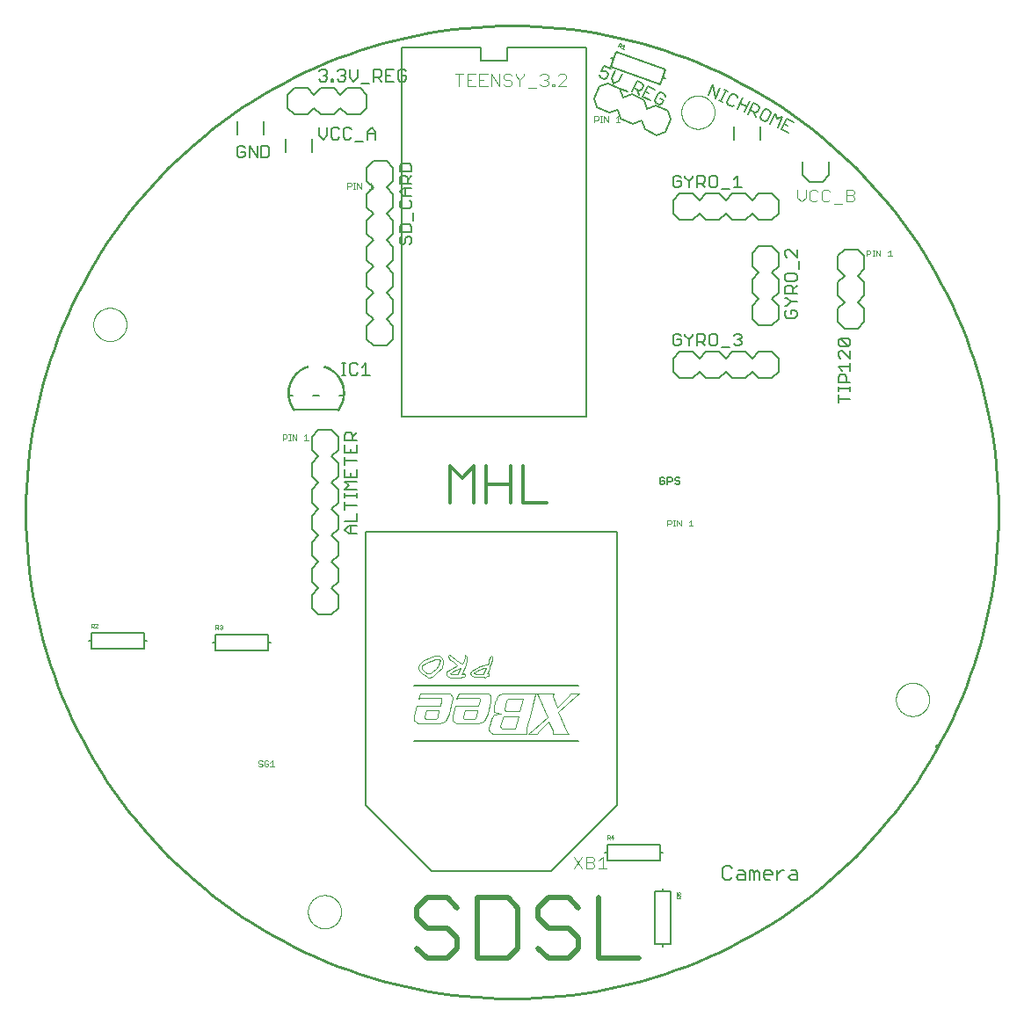
<source format=gto>
G75*
%MOIN*%
%OFA0B0*%
%FSLAX25Y25*%
%IPPOS*%
%LPD*%
%AMOC8*
5,1,8,0,0,1.08239X$1,22.5*
%
%ADD10C,0.02000*%
%ADD11C,0.01200*%
%ADD12C,0.01000*%
%ADD13C,0.00500*%
%ADD14C,0.01600*%
%ADD15C,0.00000*%
%ADD16C,0.00200*%
%ADD17C,0.00600*%
%ADD18C,0.00800*%
%ADD19C,0.00400*%
%ADD20C,0.00060*%
%ADD21C,0.00100*%
D10*
X0149825Y0020462D02*
X0153662Y0016625D01*
X0161335Y0016625D01*
X0165172Y0020462D01*
X0165172Y0024299D01*
X0161335Y0028135D01*
X0153662Y0028135D01*
X0149825Y0031972D01*
X0149825Y0035808D01*
X0153662Y0039645D01*
X0161335Y0039645D01*
X0165172Y0035808D01*
X0172845Y0039645D02*
X0184355Y0039645D01*
X0188192Y0035808D01*
X0188192Y0020462D01*
X0184355Y0016625D01*
X0172845Y0016625D01*
X0172845Y0039645D01*
X0195865Y0035808D02*
X0195865Y0031972D01*
X0199701Y0028135D01*
X0207375Y0028135D01*
X0211211Y0024299D01*
X0211211Y0020462D01*
X0207375Y0016625D01*
X0199701Y0016625D01*
X0195865Y0020462D01*
X0195865Y0035808D02*
X0199701Y0039645D01*
X0207375Y0039645D01*
X0211211Y0035808D01*
X0218884Y0039645D02*
X0218884Y0016625D01*
X0234231Y0016625D01*
D11*
X0199157Y0189525D02*
X0189949Y0189525D01*
X0189949Y0203337D01*
X0185345Y0203337D02*
X0185345Y0189525D01*
X0185345Y0196431D02*
X0176137Y0196431D01*
X0176137Y0189525D02*
X0176137Y0203337D01*
X0171533Y0203337D02*
X0171533Y0189525D01*
X0162325Y0189525D02*
X0162325Y0203337D01*
X0166929Y0198733D01*
X0171533Y0203337D01*
D12*
X0001500Y0185925D02*
X0001556Y0190451D01*
X0001722Y0194974D01*
X0002000Y0199492D01*
X0002388Y0204002D01*
X0002887Y0208501D01*
X0003496Y0212986D01*
X0004215Y0217455D01*
X0005044Y0221905D01*
X0005981Y0226333D01*
X0007027Y0230737D01*
X0008181Y0235114D01*
X0009441Y0239461D01*
X0010808Y0243776D01*
X0012281Y0248056D01*
X0013858Y0252299D01*
X0015539Y0256501D01*
X0017322Y0260662D01*
X0019207Y0264777D01*
X0021192Y0268845D01*
X0023277Y0272862D01*
X0025459Y0276828D01*
X0027738Y0280738D01*
X0030113Y0284592D01*
X0032581Y0288386D01*
X0035142Y0292118D01*
X0037793Y0295787D01*
X0040534Y0299389D01*
X0043363Y0302923D01*
X0046277Y0306386D01*
X0049275Y0309777D01*
X0052356Y0313094D01*
X0055517Y0316333D01*
X0058756Y0319494D01*
X0062073Y0322575D01*
X0065464Y0325573D01*
X0068927Y0328487D01*
X0072461Y0331316D01*
X0076063Y0334057D01*
X0079732Y0336708D01*
X0083464Y0339269D01*
X0087258Y0341737D01*
X0091112Y0344112D01*
X0095022Y0346391D01*
X0098988Y0348573D01*
X0103005Y0350658D01*
X0107073Y0352643D01*
X0111188Y0354528D01*
X0115349Y0356311D01*
X0119551Y0357992D01*
X0123794Y0359569D01*
X0128074Y0361042D01*
X0132389Y0362409D01*
X0136736Y0363669D01*
X0141113Y0364823D01*
X0145517Y0365869D01*
X0149945Y0366806D01*
X0154395Y0367635D01*
X0158864Y0368354D01*
X0163349Y0368963D01*
X0167848Y0369462D01*
X0172358Y0369850D01*
X0176876Y0370128D01*
X0181399Y0370294D01*
X0185925Y0370350D01*
X0190451Y0370294D01*
X0194974Y0370128D01*
X0199492Y0369850D01*
X0204002Y0369462D01*
X0208501Y0368963D01*
X0212986Y0368354D01*
X0217455Y0367635D01*
X0221905Y0366806D01*
X0226333Y0365869D01*
X0230737Y0364823D01*
X0235114Y0363669D01*
X0239461Y0362409D01*
X0243776Y0361042D01*
X0248056Y0359569D01*
X0252299Y0357992D01*
X0256501Y0356311D01*
X0260662Y0354528D01*
X0264777Y0352643D01*
X0268845Y0350658D01*
X0272862Y0348573D01*
X0276828Y0346391D01*
X0280738Y0344112D01*
X0284592Y0341737D01*
X0288386Y0339269D01*
X0292118Y0336708D01*
X0295787Y0334057D01*
X0299389Y0331316D01*
X0302923Y0328487D01*
X0306386Y0325573D01*
X0309777Y0322575D01*
X0313094Y0319494D01*
X0316333Y0316333D01*
X0319494Y0313094D01*
X0322575Y0309777D01*
X0325573Y0306386D01*
X0328487Y0302923D01*
X0331316Y0299389D01*
X0334057Y0295787D01*
X0336708Y0292118D01*
X0339269Y0288386D01*
X0341737Y0284592D01*
X0344112Y0280738D01*
X0346391Y0276828D01*
X0348573Y0272862D01*
X0350658Y0268845D01*
X0352643Y0264777D01*
X0354528Y0260662D01*
X0356311Y0256501D01*
X0357992Y0252299D01*
X0359569Y0248056D01*
X0361042Y0243776D01*
X0362409Y0239461D01*
X0363669Y0235114D01*
X0364823Y0230737D01*
X0365869Y0226333D01*
X0366806Y0221905D01*
X0367635Y0217455D01*
X0368354Y0212986D01*
X0368963Y0208501D01*
X0369462Y0204002D01*
X0369850Y0199492D01*
X0370128Y0194974D01*
X0370294Y0190451D01*
X0370350Y0185925D01*
X0370294Y0181399D01*
X0370128Y0176876D01*
X0369850Y0172358D01*
X0369462Y0167848D01*
X0368963Y0163349D01*
X0368354Y0158864D01*
X0367635Y0154395D01*
X0366806Y0149945D01*
X0365869Y0145517D01*
X0364823Y0141113D01*
X0363669Y0136736D01*
X0362409Y0132389D01*
X0361042Y0128074D01*
X0359569Y0123794D01*
X0357992Y0119551D01*
X0356311Y0115349D01*
X0354528Y0111188D01*
X0352643Y0107073D01*
X0350658Y0103005D01*
X0348573Y0098988D01*
X0346391Y0095022D01*
X0344112Y0091112D01*
X0341737Y0087258D01*
X0339269Y0083464D01*
X0336708Y0079732D01*
X0334057Y0076063D01*
X0331316Y0072461D01*
X0328487Y0068927D01*
X0325573Y0065464D01*
X0322575Y0062073D01*
X0319494Y0058756D01*
X0316333Y0055517D01*
X0313094Y0052356D01*
X0309777Y0049275D01*
X0306386Y0046277D01*
X0302923Y0043363D01*
X0299389Y0040534D01*
X0295787Y0037793D01*
X0292118Y0035142D01*
X0288386Y0032581D01*
X0284592Y0030113D01*
X0280738Y0027738D01*
X0276828Y0025459D01*
X0272862Y0023277D01*
X0268845Y0021192D01*
X0264777Y0019207D01*
X0260662Y0017322D01*
X0256501Y0015539D01*
X0252299Y0013858D01*
X0248056Y0012281D01*
X0243776Y0010808D01*
X0239461Y0009441D01*
X0235114Y0008181D01*
X0230737Y0007027D01*
X0226333Y0005981D01*
X0221905Y0005044D01*
X0217455Y0004215D01*
X0212986Y0003496D01*
X0208501Y0002887D01*
X0204002Y0002388D01*
X0199492Y0002000D01*
X0194974Y0001722D01*
X0190451Y0001556D01*
X0185925Y0001500D01*
X0181399Y0001556D01*
X0176876Y0001722D01*
X0172358Y0002000D01*
X0167848Y0002388D01*
X0163349Y0002887D01*
X0158864Y0003496D01*
X0154395Y0004215D01*
X0149945Y0005044D01*
X0145517Y0005981D01*
X0141113Y0007027D01*
X0136736Y0008181D01*
X0132389Y0009441D01*
X0128074Y0010808D01*
X0123794Y0012281D01*
X0119551Y0013858D01*
X0115349Y0015539D01*
X0111188Y0017322D01*
X0107073Y0019207D01*
X0103005Y0021192D01*
X0098988Y0023277D01*
X0095022Y0025459D01*
X0091112Y0027738D01*
X0087258Y0030113D01*
X0083464Y0032581D01*
X0079732Y0035142D01*
X0076063Y0037793D01*
X0072461Y0040534D01*
X0068927Y0043363D01*
X0065464Y0046277D01*
X0062073Y0049275D01*
X0058756Y0052356D01*
X0055517Y0055517D01*
X0052356Y0058756D01*
X0049275Y0062073D01*
X0046277Y0065464D01*
X0043363Y0068927D01*
X0040534Y0072461D01*
X0037793Y0076063D01*
X0035142Y0079732D01*
X0032581Y0083464D01*
X0030113Y0087258D01*
X0027738Y0091112D01*
X0025459Y0095022D01*
X0023277Y0098988D01*
X0021192Y0103005D01*
X0019207Y0107073D01*
X0017322Y0111188D01*
X0015539Y0115349D01*
X0013858Y0119551D01*
X0012281Y0123794D01*
X0010808Y0128074D01*
X0009441Y0132389D01*
X0008181Y0136736D01*
X0007027Y0141113D01*
X0005981Y0145517D01*
X0005044Y0149945D01*
X0004215Y0154395D01*
X0003496Y0158864D01*
X0002887Y0163349D01*
X0002388Y0167848D01*
X0002000Y0172358D01*
X0001722Y0176876D01*
X0001556Y0181399D01*
X0001500Y0185925D01*
D13*
X0122472Y0186882D02*
X0122472Y0189885D01*
X0122472Y0188384D02*
X0126975Y0188384D01*
X0126975Y0191486D02*
X0126975Y0192988D01*
X0126975Y0192237D02*
X0122472Y0192237D01*
X0122472Y0191486D02*
X0122472Y0192988D01*
X0122472Y0194556D02*
X0123973Y0196057D01*
X0122472Y0197558D01*
X0126975Y0197558D01*
X0126975Y0199160D02*
X0126975Y0202162D01*
X0124723Y0200661D02*
X0124723Y0199160D01*
X0122472Y0199160D02*
X0122472Y0202162D01*
X0122472Y0203764D02*
X0122472Y0206766D01*
X0122472Y0205265D02*
X0126975Y0205265D01*
X0126975Y0208367D02*
X0126975Y0211370D01*
X0126975Y0212971D02*
X0122472Y0212971D01*
X0122472Y0215223D01*
X0123222Y0215974D01*
X0124723Y0215974D01*
X0125474Y0215223D01*
X0125474Y0212971D01*
X0125474Y0214473D02*
X0126975Y0215974D01*
X0122472Y0211370D02*
X0122472Y0208367D01*
X0126975Y0208367D01*
X0124723Y0208367D02*
X0124723Y0209869D01*
X0122472Y0199160D02*
X0126975Y0199160D01*
X0126975Y0194556D02*
X0122472Y0194556D01*
X0126975Y0185281D02*
X0126975Y0182279D01*
X0122472Y0182279D01*
X0123973Y0180677D02*
X0122472Y0179176D01*
X0123973Y0177675D01*
X0126975Y0177675D01*
X0124723Y0177675D02*
X0124723Y0180677D01*
X0123973Y0180677D02*
X0126975Y0180677D01*
X0126597Y0237875D02*
X0125095Y0237875D01*
X0124345Y0238626D01*
X0124345Y0241629D01*
X0125095Y0242379D01*
X0126597Y0242379D01*
X0127347Y0241629D01*
X0128949Y0240878D02*
X0130450Y0242379D01*
X0130450Y0237875D01*
X0128949Y0237875D02*
X0131951Y0237875D01*
X0127347Y0238626D02*
X0126597Y0237875D01*
X0122777Y0237875D02*
X0121275Y0237875D01*
X0122026Y0237875D02*
X0122026Y0242379D01*
X0121275Y0242379D02*
X0122777Y0242379D01*
X0144022Y0287348D02*
X0144773Y0287348D01*
X0145523Y0288098D01*
X0145523Y0289600D01*
X0146274Y0290350D01*
X0147025Y0290350D01*
X0147775Y0289600D01*
X0147775Y0288098D01*
X0147025Y0287348D01*
X0144022Y0287348D02*
X0143272Y0288098D01*
X0143272Y0289600D01*
X0144022Y0290350D01*
X0143272Y0291952D02*
X0143272Y0294204D01*
X0144022Y0294954D01*
X0147025Y0294954D01*
X0147775Y0294204D01*
X0147775Y0291952D01*
X0143272Y0291952D01*
X0148526Y0296556D02*
X0148526Y0299558D01*
X0147025Y0301160D02*
X0147775Y0301910D01*
X0147775Y0303412D01*
X0147025Y0304162D01*
X0147775Y0305764D02*
X0144773Y0305764D01*
X0143272Y0307265D01*
X0144773Y0308766D01*
X0147775Y0308766D01*
X0147775Y0310367D02*
X0143272Y0310367D01*
X0143272Y0312619D01*
X0144022Y0313370D01*
X0145523Y0313370D01*
X0146274Y0312619D01*
X0146274Y0310367D01*
X0146274Y0311869D02*
X0147775Y0313370D01*
X0147775Y0314971D02*
X0147775Y0317223D01*
X0147025Y0317974D01*
X0144022Y0317974D01*
X0143272Y0317223D01*
X0143272Y0314971D01*
X0147775Y0314971D01*
X0145523Y0308766D02*
X0145523Y0305764D01*
X0144022Y0304162D02*
X0143272Y0303412D01*
X0143272Y0301910D01*
X0144022Y0301160D01*
X0147025Y0301160D01*
X0134174Y0327175D02*
X0134174Y0330178D01*
X0132673Y0331679D01*
X0131171Y0330178D01*
X0131171Y0327175D01*
X0129570Y0326425D02*
X0126567Y0326425D01*
X0124966Y0327926D02*
X0124215Y0327175D01*
X0122714Y0327175D01*
X0121964Y0327926D01*
X0121964Y0330929D01*
X0122714Y0331679D01*
X0124215Y0331679D01*
X0124966Y0330929D01*
X0120362Y0330929D02*
X0119612Y0331679D01*
X0118110Y0331679D01*
X0117360Y0330929D01*
X0117360Y0327926D01*
X0118110Y0327175D01*
X0119612Y0327175D01*
X0120362Y0327926D01*
X0115758Y0328677D02*
X0115758Y0331679D01*
X0112756Y0331679D02*
X0112756Y0328677D01*
X0114257Y0327175D01*
X0115758Y0328677D01*
X0131171Y0329427D02*
X0134174Y0329427D01*
X0131892Y0348425D02*
X0128889Y0348425D01*
X0127288Y0350677D02*
X0127288Y0353679D01*
X0127288Y0350677D02*
X0125786Y0349175D01*
X0124285Y0350677D01*
X0124285Y0353679D01*
X0122684Y0352929D02*
X0122684Y0352178D01*
X0121933Y0351427D01*
X0122684Y0350677D01*
X0122684Y0349926D01*
X0121933Y0349175D01*
X0120432Y0349175D01*
X0119681Y0349926D01*
X0118130Y0349926D02*
X0118130Y0349175D01*
X0117379Y0349175D01*
X0117379Y0349926D01*
X0118130Y0349926D01*
X0115778Y0349926D02*
X0115027Y0349175D01*
X0113526Y0349175D01*
X0112775Y0349926D01*
X0114277Y0351427D02*
X0115027Y0351427D01*
X0115778Y0350677D01*
X0115778Y0349926D01*
X0115027Y0351427D02*
X0115778Y0352178D01*
X0115778Y0352929D01*
X0115027Y0353679D01*
X0113526Y0353679D01*
X0112775Y0352929D01*
X0119681Y0352929D02*
X0120432Y0353679D01*
X0121933Y0353679D01*
X0122684Y0352929D01*
X0121933Y0351427D02*
X0121183Y0351427D01*
X0133493Y0350677D02*
X0135745Y0350677D01*
X0136496Y0351427D01*
X0136496Y0352929D01*
X0135745Y0353679D01*
X0133493Y0353679D01*
X0133493Y0349175D01*
X0134994Y0350677D02*
X0136496Y0349175D01*
X0138097Y0349175D02*
X0141100Y0349175D01*
X0142701Y0349926D02*
X0143452Y0349175D01*
X0144953Y0349175D01*
X0145703Y0349926D01*
X0145703Y0351427D01*
X0144202Y0351427D01*
X0142701Y0349926D02*
X0142701Y0352929D01*
X0143452Y0353679D01*
X0144953Y0353679D01*
X0145703Y0352929D01*
X0141100Y0353679D02*
X0138097Y0353679D01*
X0138097Y0349175D01*
X0138097Y0351427D02*
X0139598Y0351427D01*
X0093874Y0324029D02*
X0093874Y0321026D01*
X0093123Y0320275D01*
X0090871Y0320275D01*
X0090871Y0324779D01*
X0093123Y0324779D01*
X0093874Y0324029D01*
X0089270Y0324779D02*
X0089270Y0320275D01*
X0086268Y0324779D01*
X0086268Y0320275D01*
X0084666Y0321026D02*
X0084666Y0322527D01*
X0083165Y0322527D01*
X0084666Y0321026D02*
X0083916Y0320275D01*
X0082414Y0320275D01*
X0081664Y0321026D01*
X0081664Y0324029D01*
X0082414Y0324779D01*
X0083916Y0324779D01*
X0084666Y0324029D01*
X0219168Y0351825D02*
X0219531Y0350828D01*
X0220891Y0350193D01*
X0221889Y0350556D01*
X0222523Y0351917D01*
X0222160Y0352914D01*
X0221480Y0353232D01*
X0219802Y0353186D01*
X0220754Y0355227D01*
X0223475Y0353958D01*
X0224926Y0353281D02*
X0223657Y0350560D01*
X0224384Y0348565D01*
X0226379Y0349291D01*
X0227648Y0352012D01*
X0226878Y0346573D02*
X0229599Y0345304D01*
X0231368Y0345308D02*
X0233271Y0349390D01*
X0235312Y0348438D01*
X0235675Y0347440D01*
X0235041Y0346080D01*
X0234043Y0345717D01*
X0232002Y0346668D01*
X0233363Y0346034D02*
X0234089Y0344039D01*
X0235541Y0343362D02*
X0237444Y0347444D01*
X0240165Y0346175D01*
X0241299Y0344818D02*
X0240030Y0342097D01*
X0240393Y0341099D01*
X0241754Y0340465D01*
X0242752Y0340828D01*
X0243386Y0342188D01*
X0242025Y0342823D01*
X0241299Y0344818D02*
X0242297Y0345181D01*
X0243657Y0344547D01*
X0244021Y0343549D01*
X0238262Y0342093D02*
X0235541Y0343362D01*
X0236492Y0345403D02*
X0237853Y0344769D01*
X0260258Y0344046D02*
X0262161Y0348128D01*
X0262979Y0342777D01*
X0264882Y0346859D01*
X0266334Y0346182D02*
X0267694Y0345548D01*
X0267014Y0345865D02*
X0265110Y0341783D01*
X0264430Y0342101D02*
X0265791Y0341466D01*
X0267529Y0341484D02*
X0267892Y0340486D01*
X0269253Y0339852D01*
X0270250Y0340215D01*
X0271384Y0338858D02*
X0273288Y0342940D01*
X0271519Y0342936D02*
X0271156Y0343934D01*
X0269796Y0344568D01*
X0268798Y0344205D01*
X0267529Y0341484D01*
X0272336Y0340899D02*
X0275057Y0339630D01*
X0276191Y0338273D02*
X0278232Y0337321D01*
X0279230Y0337684D01*
X0279864Y0339045D01*
X0279501Y0340042D01*
X0277460Y0340994D01*
X0275557Y0336912D01*
X0274106Y0337589D02*
X0276009Y0341671D01*
X0277552Y0337638D02*
X0278278Y0335643D01*
X0280047Y0335647D02*
X0280410Y0334649D01*
X0281770Y0334015D01*
X0282768Y0334378D01*
X0284037Y0337099D01*
X0283674Y0338096D01*
X0282313Y0338731D01*
X0281316Y0338368D01*
X0280047Y0335647D01*
X0283902Y0333021D02*
X0285806Y0337102D01*
X0286532Y0335107D01*
X0288527Y0335834D01*
X0286623Y0331752D01*
X0288075Y0331075D02*
X0290796Y0329806D01*
X0290387Y0332481D02*
X0289026Y0333116D01*
X0288075Y0331075D02*
X0289978Y0335157D01*
X0292699Y0333888D01*
X0271496Y0313579D02*
X0271496Y0309075D01*
X0269995Y0309075D02*
X0272998Y0309075D01*
X0269995Y0312078D02*
X0271496Y0313579D01*
X0268394Y0308325D02*
X0265391Y0308325D01*
X0263790Y0309826D02*
X0263790Y0312829D01*
X0263039Y0313579D01*
X0261538Y0313579D01*
X0260787Y0312829D01*
X0260787Y0309826D01*
X0261538Y0309075D01*
X0263039Y0309075D01*
X0263790Y0309826D01*
X0259186Y0309075D02*
X0257685Y0310577D01*
X0258435Y0310577D02*
X0256183Y0310577D01*
X0256183Y0309075D02*
X0256183Y0313579D01*
X0258435Y0313579D01*
X0259186Y0312829D01*
X0259186Y0311327D01*
X0258435Y0310577D01*
X0254582Y0312829D02*
X0254582Y0313579D01*
X0254582Y0312829D02*
X0253081Y0311327D01*
X0253081Y0309075D01*
X0253081Y0311327D02*
X0251579Y0312829D01*
X0251579Y0313579D01*
X0249978Y0312829D02*
X0249227Y0313579D01*
X0247726Y0313579D01*
X0246975Y0312829D01*
X0246975Y0309826D01*
X0247726Y0309075D01*
X0249227Y0309075D01*
X0249978Y0309826D01*
X0249978Y0311327D01*
X0248477Y0311327D01*
X0289472Y0284823D02*
X0289472Y0283322D01*
X0290222Y0282571D01*
X0289472Y0284823D02*
X0290222Y0285574D01*
X0290973Y0285574D01*
X0293975Y0282571D01*
X0293975Y0285574D01*
X0294726Y0280970D02*
X0294726Y0277967D01*
X0293225Y0276366D02*
X0293975Y0275615D01*
X0293975Y0274114D01*
X0293225Y0273364D01*
X0290222Y0273364D01*
X0289472Y0274114D01*
X0289472Y0275615D01*
X0290222Y0276366D01*
X0293225Y0276366D01*
X0293975Y0271762D02*
X0292474Y0270261D01*
X0292474Y0271012D02*
X0292474Y0268760D01*
X0293975Y0268760D02*
X0289472Y0268760D01*
X0289472Y0271012D01*
X0290222Y0271762D01*
X0291723Y0271762D01*
X0292474Y0271012D01*
X0290222Y0267158D02*
X0289472Y0267158D01*
X0290222Y0267158D02*
X0291723Y0265657D01*
X0293975Y0265657D01*
X0291723Y0265657D02*
X0290222Y0264156D01*
X0289472Y0264156D01*
X0290222Y0262554D02*
X0289472Y0261804D01*
X0289472Y0260302D01*
X0290222Y0259552D01*
X0293225Y0259552D01*
X0293975Y0260302D01*
X0293975Y0261804D01*
X0293225Y0262554D01*
X0291723Y0262554D01*
X0291723Y0261053D01*
X0272998Y0252829D02*
X0272998Y0252078D01*
X0272247Y0251327D01*
X0272998Y0250577D01*
X0272998Y0249826D01*
X0272247Y0249075D01*
X0270746Y0249075D01*
X0269995Y0249826D01*
X0271496Y0251327D02*
X0272247Y0251327D01*
X0272998Y0252829D02*
X0272247Y0253579D01*
X0270746Y0253579D01*
X0269995Y0252829D01*
X0268394Y0248325D02*
X0265391Y0248325D01*
X0263790Y0249826D02*
X0263790Y0252829D01*
X0263039Y0253579D01*
X0261538Y0253579D01*
X0260787Y0252829D01*
X0260787Y0249826D01*
X0261538Y0249075D01*
X0263039Y0249075D01*
X0263790Y0249826D01*
X0259186Y0249075D02*
X0257685Y0250577D01*
X0258435Y0250577D02*
X0256183Y0250577D01*
X0256183Y0249075D02*
X0256183Y0253579D01*
X0258435Y0253579D01*
X0259186Y0252829D01*
X0259186Y0251327D01*
X0258435Y0250577D01*
X0254582Y0252829D02*
X0254582Y0253579D01*
X0254582Y0252829D02*
X0253081Y0251327D01*
X0253081Y0249075D01*
X0253081Y0251327D02*
X0251579Y0252829D01*
X0251579Y0253579D01*
X0249978Y0252829D02*
X0249227Y0253579D01*
X0247726Y0253579D01*
X0246975Y0252829D01*
X0246975Y0249826D01*
X0247726Y0249075D01*
X0249227Y0249075D01*
X0249978Y0249826D01*
X0249978Y0251327D01*
X0248477Y0251327D01*
X0309672Y0251023D02*
X0310422Y0251774D01*
X0313425Y0248771D01*
X0314175Y0249522D01*
X0314175Y0251023D01*
X0313425Y0251774D01*
X0310422Y0251774D01*
X0309672Y0251023D02*
X0309672Y0249522D01*
X0310422Y0248771D01*
X0313425Y0248771D01*
X0314175Y0247170D02*
X0314175Y0244167D01*
X0311173Y0247170D01*
X0310422Y0247170D01*
X0309672Y0246419D01*
X0309672Y0244918D01*
X0310422Y0244167D01*
X0309672Y0241065D02*
X0314175Y0241065D01*
X0314175Y0239564D02*
X0314175Y0242566D01*
X0311173Y0239564D02*
X0309672Y0241065D01*
X0310422Y0237962D02*
X0311923Y0237962D01*
X0312674Y0237212D01*
X0312674Y0234960D01*
X0314175Y0234960D02*
X0309672Y0234960D01*
X0309672Y0237212D01*
X0310422Y0237962D01*
X0309672Y0233392D02*
X0309672Y0231890D01*
X0309672Y0232641D02*
X0314175Y0232641D01*
X0314175Y0231890D02*
X0314175Y0233392D01*
X0314175Y0228788D02*
X0309672Y0228788D01*
X0309672Y0230289D02*
X0309672Y0227286D01*
X0293350Y0049978D02*
X0294201Y0049128D01*
X0294201Y0046575D01*
X0291649Y0046575D01*
X0290798Y0047426D01*
X0291649Y0048277D01*
X0294201Y0048277D01*
X0293350Y0049978D02*
X0291649Y0049978D01*
X0289053Y0049978D02*
X0288202Y0049978D01*
X0286501Y0048277D01*
X0286501Y0049978D02*
X0286501Y0046575D01*
X0284747Y0048277D02*
X0284747Y0049128D01*
X0283897Y0049978D01*
X0282195Y0049978D01*
X0281345Y0049128D01*
X0281345Y0047426D01*
X0282195Y0046575D01*
X0283897Y0046575D01*
X0284747Y0048277D02*
X0281345Y0048277D01*
X0279591Y0049128D02*
X0279591Y0046575D01*
X0277890Y0046575D02*
X0277890Y0049128D01*
X0278740Y0049978D01*
X0279591Y0049128D01*
X0277890Y0049128D02*
X0277039Y0049978D01*
X0276188Y0049978D01*
X0276188Y0046575D01*
X0274435Y0046575D02*
X0274435Y0049128D01*
X0273584Y0049978D01*
X0271883Y0049978D01*
X0271883Y0048277D02*
X0271032Y0047426D01*
X0271883Y0046575D01*
X0274435Y0046575D01*
X0274435Y0048277D02*
X0271883Y0048277D01*
X0269278Y0047426D02*
X0268428Y0046575D01*
X0266726Y0046575D01*
X0265875Y0047426D01*
X0265875Y0050829D01*
X0266726Y0051680D01*
X0268428Y0051680D01*
X0269278Y0050829D01*
D14*
X0347199Y0096927D02*
X0347241Y0097018D01*
D15*
X0331526Y0114825D02*
X0331528Y0114983D01*
X0331534Y0115141D01*
X0331544Y0115299D01*
X0331558Y0115457D01*
X0331576Y0115614D01*
X0331597Y0115771D01*
X0331623Y0115927D01*
X0331653Y0116083D01*
X0331686Y0116238D01*
X0331724Y0116391D01*
X0331765Y0116544D01*
X0331810Y0116696D01*
X0331859Y0116847D01*
X0331912Y0116996D01*
X0331968Y0117144D01*
X0332028Y0117290D01*
X0332092Y0117435D01*
X0332160Y0117578D01*
X0332231Y0117720D01*
X0332305Y0117860D01*
X0332383Y0117997D01*
X0332465Y0118133D01*
X0332549Y0118267D01*
X0332638Y0118398D01*
X0332729Y0118527D01*
X0332824Y0118654D01*
X0332921Y0118779D01*
X0333022Y0118901D01*
X0333126Y0119020D01*
X0333233Y0119137D01*
X0333343Y0119251D01*
X0333456Y0119362D01*
X0333571Y0119471D01*
X0333689Y0119576D01*
X0333810Y0119678D01*
X0333933Y0119778D01*
X0334059Y0119874D01*
X0334187Y0119967D01*
X0334317Y0120057D01*
X0334450Y0120143D01*
X0334585Y0120227D01*
X0334721Y0120306D01*
X0334860Y0120383D01*
X0335001Y0120455D01*
X0335143Y0120525D01*
X0335287Y0120590D01*
X0335433Y0120652D01*
X0335580Y0120710D01*
X0335729Y0120765D01*
X0335879Y0120816D01*
X0336030Y0120863D01*
X0336182Y0120906D01*
X0336335Y0120945D01*
X0336490Y0120981D01*
X0336645Y0121012D01*
X0336801Y0121040D01*
X0336957Y0121064D01*
X0337114Y0121084D01*
X0337272Y0121100D01*
X0337429Y0121112D01*
X0337588Y0121120D01*
X0337746Y0121124D01*
X0337904Y0121124D01*
X0338062Y0121120D01*
X0338221Y0121112D01*
X0338378Y0121100D01*
X0338536Y0121084D01*
X0338693Y0121064D01*
X0338849Y0121040D01*
X0339005Y0121012D01*
X0339160Y0120981D01*
X0339315Y0120945D01*
X0339468Y0120906D01*
X0339620Y0120863D01*
X0339771Y0120816D01*
X0339921Y0120765D01*
X0340070Y0120710D01*
X0340217Y0120652D01*
X0340363Y0120590D01*
X0340507Y0120525D01*
X0340649Y0120455D01*
X0340790Y0120383D01*
X0340929Y0120306D01*
X0341065Y0120227D01*
X0341200Y0120143D01*
X0341333Y0120057D01*
X0341463Y0119967D01*
X0341591Y0119874D01*
X0341717Y0119778D01*
X0341840Y0119678D01*
X0341961Y0119576D01*
X0342079Y0119471D01*
X0342194Y0119362D01*
X0342307Y0119251D01*
X0342417Y0119137D01*
X0342524Y0119020D01*
X0342628Y0118901D01*
X0342729Y0118779D01*
X0342826Y0118654D01*
X0342921Y0118527D01*
X0343012Y0118398D01*
X0343101Y0118267D01*
X0343185Y0118133D01*
X0343267Y0117997D01*
X0343345Y0117860D01*
X0343419Y0117720D01*
X0343490Y0117578D01*
X0343558Y0117435D01*
X0343622Y0117290D01*
X0343682Y0117144D01*
X0343738Y0116996D01*
X0343791Y0116847D01*
X0343840Y0116696D01*
X0343885Y0116544D01*
X0343926Y0116391D01*
X0343964Y0116238D01*
X0343997Y0116083D01*
X0344027Y0115927D01*
X0344053Y0115771D01*
X0344074Y0115614D01*
X0344092Y0115457D01*
X0344106Y0115299D01*
X0344116Y0115141D01*
X0344122Y0114983D01*
X0344124Y0114825D01*
X0344122Y0114667D01*
X0344116Y0114509D01*
X0344106Y0114351D01*
X0344092Y0114193D01*
X0344074Y0114036D01*
X0344053Y0113879D01*
X0344027Y0113723D01*
X0343997Y0113567D01*
X0343964Y0113412D01*
X0343926Y0113259D01*
X0343885Y0113106D01*
X0343840Y0112954D01*
X0343791Y0112803D01*
X0343738Y0112654D01*
X0343682Y0112506D01*
X0343622Y0112360D01*
X0343558Y0112215D01*
X0343490Y0112072D01*
X0343419Y0111930D01*
X0343345Y0111790D01*
X0343267Y0111653D01*
X0343185Y0111517D01*
X0343101Y0111383D01*
X0343012Y0111252D01*
X0342921Y0111123D01*
X0342826Y0110996D01*
X0342729Y0110871D01*
X0342628Y0110749D01*
X0342524Y0110630D01*
X0342417Y0110513D01*
X0342307Y0110399D01*
X0342194Y0110288D01*
X0342079Y0110179D01*
X0341961Y0110074D01*
X0341840Y0109972D01*
X0341717Y0109872D01*
X0341591Y0109776D01*
X0341463Y0109683D01*
X0341333Y0109593D01*
X0341200Y0109507D01*
X0341065Y0109423D01*
X0340929Y0109344D01*
X0340790Y0109267D01*
X0340649Y0109195D01*
X0340507Y0109125D01*
X0340363Y0109060D01*
X0340217Y0108998D01*
X0340070Y0108940D01*
X0339921Y0108885D01*
X0339771Y0108834D01*
X0339620Y0108787D01*
X0339468Y0108744D01*
X0339315Y0108705D01*
X0339160Y0108669D01*
X0339005Y0108638D01*
X0338849Y0108610D01*
X0338693Y0108586D01*
X0338536Y0108566D01*
X0338378Y0108550D01*
X0338221Y0108538D01*
X0338062Y0108530D01*
X0337904Y0108526D01*
X0337746Y0108526D01*
X0337588Y0108530D01*
X0337429Y0108538D01*
X0337272Y0108550D01*
X0337114Y0108566D01*
X0336957Y0108586D01*
X0336801Y0108610D01*
X0336645Y0108638D01*
X0336490Y0108669D01*
X0336335Y0108705D01*
X0336182Y0108744D01*
X0336030Y0108787D01*
X0335879Y0108834D01*
X0335729Y0108885D01*
X0335580Y0108940D01*
X0335433Y0108998D01*
X0335287Y0109060D01*
X0335143Y0109125D01*
X0335001Y0109195D01*
X0334860Y0109267D01*
X0334721Y0109344D01*
X0334585Y0109423D01*
X0334450Y0109507D01*
X0334317Y0109593D01*
X0334187Y0109683D01*
X0334059Y0109776D01*
X0333933Y0109872D01*
X0333810Y0109972D01*
X0333689Y0110074D01*
X0333571Y0110179D01*
X0333456Y0110288D01*
X0333343Y0110399D01*
X0333233Y0110513D01*
X0333126Y0110630D01*
X0333022Y0110749D01*
X0332921Y0110871D01*
X0332824Y0110996D01*
X0332729Y0111123D01*
X0332638Y0111252D01*
X0332549Y0111383D01*
X0332465Y0111517D01*
X0332383Y0111653D01*
X0332305Y0111790D01*
X0332231Y0111930D01*
X0332160Y0112072D01*
X0332092Y0112215D01*
X0332028Y0112360D01*
X0331968Y0112506D01*
X0331912Y0112654D01*
X0331859Y0112803D01*
X0331810Y0112954D01*
X0331765Y0113106D01*
X0331724Y0113259D01*
X0331686Y0113412D01*
X0331653Y0113567D01*
X0331623Y0113723D01*
X0331597Y0113879D01*
X0331576Y0114036D01*
X0331558Y0114193D01*
X0331544Y0114351D01*
X0331534Y0114509D01*
X0331528Y0114667D01*
X0331526Y0114825D01*
X0108526Y0034325D02*
X0108528Y0034483D01*
X0108534Y0034641D01*
X0108544Y0034799D01*
X0108558Y0034957D01*
X0108576Y0035114D01*
X0108597Y0035271D01*
X0108623Y0035427D01*
X0108653Y0035583D01*
X0108686Y0035738D01*
X0108724Y0035891D01*
X0108765Y0036044D01*
X0108810Y0036196D01*
X0108859Y0036347D01*
X0108912Y0036496D01*
X0108968Y0036644D01*
X0109028Y0036790D01*
X0109092Y0036935D01*
X0109160Y0037078D01*
X0109231Y0037220D01*
X0109305Y0037360D01*
X0109383Y0037497D01*
X0109465Y0037633D01*
X0109549Y0037767D01*
X0109638Y0037898D01*
X0109729Y0038027D01*
X0109824Y0038154D01*
X0109921Y0038279D01*
X0110022Y0038401D01*
X0110126Y0038520D01*
X0110233Y0038637D01*
X0110343Y0038751D01*
X0110456Y0038862D01*
X0110571Y0038971D01*
X0110689Y0039076D01*
X0110810Y0039178D01*
X0110933Y0039278D01*
X0111059Y0039374D01*
X0111187Y0039467D01*
X0111317Y0039557D01*
X0111450Y0039643D01*
X0111585Y0039727D01*
X0111721Y0039806D01*
X0111860Y0039883D01*
X0112001Y0039955D01*
X0112143Y0040025D01*
X0112287Y0040090D01*
X0112433Y0040152D01*
X0112580Y0040210D01*
X0112729Y0040265D01*
X0112879Y0040316D01*
X0113030Y0040363D01*
X0113182Y0040406D01*
X0113335Y0040445D01*
X0113490Y0040481D01*
X0113645Y0040512D01*
X0113801Y0040540D01*
X0113957Y0040564D01*
X0114114Y0040584D01*
X0114272Y0040600D01*
X0114429Y0040612D01*
X0114588Y0040620D01*
X0114746Y0040624D01*
X0114904Y0040624D01*
X0115062Y0040620D01*
X0115221Y0040612D01*
X0115378Y0040600D01*
X0115536Y0040584D01*
X0115693Y0040564D01*
X0115849Y0040540D01*
X0116005Y0040512D01*
X0116160Y0040481D01*
X0116315Y0040445D01*
X0116468Y0040406D01*
X0116620Y0040363D01*
X0116771Y0040316D01*
X0116921Y0040265D01*
X0117070Y0040210D01*
X0117217Y0040152D01*
X0117363Y0040090D01*
X0117507Y0040025D01*
X0117649Y0039955D01*
X0117790Y0039883D01*
X0117929Y0039806D01*
X0118065Y0039727D01*
X0118200Y0039643D01*
X0118333Y0039557D01*
X0118463Y0039467D01*
X0118591Y0039374D01*
X0118717Y0039278D01*
X0118840Y0039178D01*
X0118961Y0039076D01*
X0119079Y0038971D01*
X0119194Y0038862D01*
X0119307Y0038751D01*
X0119417Y0038637D01*
X0119524Y0038520D01*
X0119628Y0038401D01*
X0119729Y0038279D01*
X0119826Y0038154D01*
X0119921Y0038027D01*
X0120012Y0037898D01*
X0120101Y0037767D01*
X0120185Y0037633D01*
X0120267Y0037497D01*
X0120345Y0037360D01*
X0120419Y0037220D01*
X0120490Y0037078D01*
X0120558Y0036935D01*
X0120622Y0036790D01*
X0120682Y0036644D01*
X0120738Y0036496D01*
X0120791Y0036347D01*
X0120840Y0036196D01*
X0120885Y0036044D01*
X0120926Y0035891D01*
X0120964Y0035738D01*
X0120997Y0035583D01*
X0121027Y0035427D01*
X0121053Y0035271D01*
X0121074Y0035114D01*
X0121092Y0034957D01*
X0121106Y0034799D01*
X0121116Y0034641D01*
X0121122Y0034483D01*
X0121124Y0034325D01*
X0121122Y0034167D01*
X0121116Y0034009D01*
X0121106Y0033851D01*
X0121092Y0033693D01*
X0121074Y0033536D01*
X0121053Y0033379D01*
X0121027Y0033223D01*
X0120997Y0033067D01*
X0120964Y0032912D01*
X0120926Y0032759D01*
X0120885Y0032606D01*
X0120840Y0032454D01*
X0120791Y0032303D01*
X0120738Y0032154D01*
X0120682Y0032006D01*
X0120622Y0031860D01*
X0120558Y0031715D01*
X0120490Y0031572D01*
X0120419Y0031430D01*
X0120345Y0031290D01*
X0120267Y0031153D01*
X0120185Y0031017D01*
X0120101Y0030883D01*
X0120012Y0030752D01*
X0119921Y0030623D01*
X0119826Y0030496D01*
X0119729Y0030371D01*
X0119628Y0030249D01*
X0119524Y0030130D01*
X0119417Y0030013D01*
X0119307Y0029899D01*
X0119194Y0029788D01*
X0119079Y0029679D01*
X0118961Y0029574D01*
X0118840Y0029472D01*
X0118717Y0029372D01*
X0118591Y0029276D01*
X0118463Y0029183D01*
X0118333Y0029093D01*
X0118200Y0029007D01*
X0118065Y0028923D01*
X0117929Y0028844D01*
X0117790Y0028767D01*
X0117649Y0028695D01*
X0117507Y0028625D01*
X0117363Y0028560D01*
X0117217Y0028498D01*
X0117070Y0028440D01*
X0116921Y0028385D01*
X0116771Y0028334D01*
X0116620Y0028287D01*
X0116468Y0028244D01*
X0116315Y0028205D01*
X0116160Y0028169D01*
X0116005Y0028138D01*
X0115849Y0028110D01*
X0115693Y0028086D01*
X0115536Y0028066D01*
X0115378Y0028050D01*
X0115221Y0028038D01*
X0115062Y0028030D01*
X0114904Y0028026D01*
X0114746Y0028026D01*
X0114588Y0028030D01*
X0114429Y0028038D01*
X0114272Y0028050D01*
X0114114Y0028066D01*
X0113957Y0028086D01*
X0113801Y0028110D01*
X0113645Y0028138D01*
X0113490Y0028169D01*
X0113335Y0028205D01*
X0113182Y0028244D01*
X0113030Y0028287D01*
X0112879Y0028334D01*
X0112729Y0028385D01*
X0112580Y0028440D01*
X0112433Y0028498D01*
X0112287Y0028560D01*
X0112143Y0028625D01*
X0112001Y0028695D01*
X0111860Y0028767D01*
X0111721Y0028844D01*
X0111585Y0028923D01*
X0111450Y0029007D01*
X0111317Y0029093D01*
X0111187Y0029183D01*
X0111059Y0029276D01*
X0110933Y0029372D01*
X0110810Y0029472D01*
X0110689Y0029574D01*
X0110571Y0029679D01*
X0110456Y0029788D01*
X0110343Y0029899D01*
X0110233Y0030013D01*
X0110126Y0030130D01*
X0110022Y0030249D01*
X0109921Y0030371D01*
X0109824Y0030496D01*
X0109729Y0030623D01*
X0109638Y0030752D01*
X0109549Y0030883D01*
X0109465Y0031017D01*
X0109383Y0031153D01*
X0109305Y0031290D01*
X0109231Y0031430D01*
X0109160Y0031572D01*
X0109092Y0031715D01*
X0109028Y0031860D01*
X0108968Y0032006D01*
X0108912Y0032154D01*
X0108859Y0032303D01*
X0108810Y0032454D01*
X0108765Y0032606D01*
X0108724Y0032759D01*
X0108686Y0032912D01*
X0108653Y0033067D01*
X0108623Y0033223D01*
X0108597Y0033379D01*
X0108576Y0033536D01*
X0108558Y0033693D01*
X0108544Y0033851D01*
X0108534Y0034009D01*
X0108528Y0034167D01*
X0108526Y0034325D01*
X0027126Y0257025D02*
X0027128Y0257183D01*
X0027134Y0257341D01*
X0027144Y0257499D01*
X0027158Y0257657D01*
X0027176Y0257814D01*
X0027197Y0257971D01*
X0027223Y0258127D01*
X0027253Y0258283D01*
X0027286Y0258438D01*
X0027324Y0258591D01*
X0027365Y0258744D01*
X0027410Y0258896D01*
X0027459Y0259047D01*
X0027512Y0259196D01*
X0027568Y0259344D01*
X0027628Y0259490D01*
X0027692Y0259635D01*
X0027760Y0259778D01*
X0027831Y0259920D01*
X0027905Y0260060D01*
X0027983Y0260197D01*
X0028065Y0260333D01*
X0028149Y0260467D01*
X0028238Y0260598D01*
X0028329Y0260727D01*
X0028424Y0260854D01*
X0028521Y0260979D01*
X0028622Y0261101D01*
X0028726Y0261220D01*
X0028833Y0261337D01*
X0028943Y0261451D01*
X0029056Y0261562D01*
X0029171Y0261671D01*
X0029289Y0261776D01*
X0029410Y0261878D01*
X0029533Y0261978D01*
X0029659Y0262074D01*
X0029787Y0262167D01*
X0029917Y0262257D01*
X0030050Y0262343D01*
X0030185Y0262427D01*
X0030321Y0262506D01*
X0030460Y0262583D01*
X0030601Y0262655D01*
X0030743Y0262725D01*
X0030887Y0262790D01*
X0031033Y0262852D01*
X0031180Y0262910D01*
X0031329Y0262965D01*
X0031479Y0263016D01*
X0031630Y0263063D01*
X0031782Y0263106D01*
X0031935Y0263145D01*
X0032090Y0263181D01*
X0032245Y0263212D01*
X0032401Y0263240D01*
X0032557Y0263264D01*
X0032714Y0263284D01*
X0032872Y0263300D01*
X0033029Y0263312D01*
X0033188Y0263320D01*
X0033346Y0263324D01*
X0033504Y0263324D01*
X0033662Y0263320D01*
X0033821Y0263312D01*
X0033978Y0263300D01*
X0034136Y0263284D01*
X0034293Y0263264D01*
X0034449Y0263240D01*
X0034605Y0263212D01*
X0034760Y0263181D01*
X0034915Y0263145D01*
X0035068Y0263106D01*
X0035220Y0263063D01*
X0035371Y0263016D01*
X0035521Y0262965D01*
X0035670Y0262910D01*
X0035817Y0262852D01*
X0035963Y0262790D01*
X0036107Y0262725D01*
X0036249Y0262655D01*
X0036390Y0262583D01*
X0036529Y0262506D01*
X0036665Y0262427D01*
X0036800Y0262343D01*
X0036933Y0262257D01*
X0037063Y0262167D01*
X0037191Y0262074D01*
X0037317Y0261978D01*
X0037440Y0261878D01*
X0037561Y0261776D01*
X0037679Y0261671D01*
X0037794Y0261562D01*
X0037907Y0261451D01*
X0038017Y0261337D01*
X0038124Y0261220D01*
X0038228Y0261101D01*
X0038329Y0260979D01*
X0038426Y0260854D01*
X0038521Y0260727D01*
X0038612Y0260598D01*
X0038701Y0260467D01*
X0038785Y0260333D01*
X0038867Y0260197D01*
X0038945Y0260060D01*
X0039019Y0259920D01*
X0039090Y0259778D01*
X0039158Y0259635D01*
X0039222Y0259490D01*
X0039282Y0259344D01*
X0039338Y0259196D01*
X0039391Y0259047D01*
X0039440Y0258896D01*
X0039485Y0258744D01*
X0039526Y0258591D01*
X0039564Y0258438D01*
X0039597Y0258283D01*
X0039627Y0258127D01*
X0039653Y0257971D01*
X0039674Y0257814D01*
X0039692Y0257657D01*
X0039706Y0257499D01*
X0039716Y0257341D01*
X0039722Y0257183D01*
X0039724Y0257025D01*
X0039722Y0256867D01*
X0039716Y0256709D01*
X0039706Y0256551D01*
X0039692Y0256393D01*
X0039674Y0256236D01*
X0039653Y0256079D01*
X0039627Y0255923D01*
X0039597Y0255767D01*
X0039564Y0255612D01*
X0039526Y0255459D01*
X0039485Y0255306D01*
X0039440Y0255154D01*
X0039391Y0255003D01*
X0039338Y0254854D01*
X0039282Y0254706D01*
X0039222Y0254560D01*
X0039158Y0254415D01*
X0039090Y0254272D01*
X0039019Y0254130D01*
X0038945Y0253990D01*
X0038867Y0253853D01*
X0038785Y0253717D01*
X0038701Y0253583D01*
X0038612Y0253452D01*
X0038521Y0253323D01*
X0038426Y0253196D01*
X0038329Y0253071D01*
X0038228Y0252949D01*
X0038124Y0252830D01*
X0038017Y0252713D01*
X0037907Y0252599D01*
X0037794Y0252488D01*
X0037679Y0252379D01*
X0037561Y0252274D01*
X0037440Y0252172D01*
X0037317Y0252072D01*
X0037191Y0251976D01*
X0037063Y0251883D01*
X0036933Y0251793D01*
X0036800Y0251707D01*
X0036665Y0251623D01*
X0036529Y0251544D01*
X0036390Y0251467D01*
X0036249Y0251395D01*
X0036107Y0251325D01*
X0035963Y0251260D01*
X0035817Y0251198D01*
X0035670Y0251140D01*
X0035521Y0251085D01*
X0035371Y0251034D01*
X0035220Y0250987D01*
X0035068Y0250944D01*
X0034915Y0250905D01*
X0034760Y0250869D01*
X0034605Y0250838D01*
X0034449Y0250810D01*
X0034293Y0250786D01*
X0034136Y0250766D01*
X0033978Y0250750D01*
X0033821Y0250738D01*
X0033662Y0250730D01*
X0033504Y0250726D01*
X0033346Y0250726D01*
X0033188Y0250730D01*
X0033029Y0250738D01*
X0032872Y0250750D01*
X0032714Y0250766D01*
X0032557Y0250786D01*
X0032401Y0250810D01*
X0032245Y0250838D01*
X0032090Y0250869D01*
X0031935Y0250905D01*
X0031782Y0250944D01*
X0031630Y0250987D01*
X0031479Y0251034D01*
X0031329Y0251085D01*
X0031180Y0251140D01*
X0031033Y0251198D01*
X0030887Y0251260D01*
X0030743Y0251325D01*
X0030601Y0251395D01*
X0030460Y0251467D01*
X0030321Y0251544D01*
X0030185Y0251623D01*
X0030050Y0251707D01*
X0029917Y0251793D01*
X0029787Y0251883D01*
X0029659Y0251976D01*
X0029533Y0252072D01*
X0029410Y0252172D01*
X0029289Y0252274D01*
X0029171Y0252379D01*
X0029056Y0252488D01*
X0028943Y0252599D01*
X0028833Y0252713D01*
X0028726Y0252830D01*
X0028622Y0252949D01*
X0028521Y0253071D01*
X0028424Y0253196D01*
X0028329Y0253323D01*
X0028238Y0253452D01*
X0028149Y0253583D01*
X0028065Y0253717D01*
X0027983Y0253853D01*
X0027905Y0253990D01*
X0027831Y0254130D01*
X0027760Y0254272D01*
X0027692Y0254415D01*
X0027628Y0254560D01*
X0027568Y0254706D01*
X0027512Y0254854D01*
X0027459Y0255003D01*
X0027410Y0255154D01*
X0027365Y0255306D01*
X0027324Y0255459D01*
X0027286Y0255612D01*
X0027253Y0255767D01*
X0027223Y0255923D01*
X0027197Y0256079D01*
X0027176Y0256236D01*
X0027158Y0256393D01*
X0027144Y0256551D01*
X0027134Y0256709D01*
X0027128Y0256867D01*
X0027126Y0257025D01*
X0250126Y0337525D02*
X0250128Y0337683D01*
X0250134Y0337841D01*
X0250144Y0337999D01*
X0250158Y0338157D01*
X0250176Y0338314D01*
X0250197Y0338471D01*
X0250223Y0338627D01*
X0250253Y0338783D01*
X0250286Y0338938D01*
X0250324Y0339091D01*
X0250365Y0339244D01*
X0250410Y0339396D01*
X0250459Y0339547D01*
X0250512Y0339696D01*
X0250568Y0339844D01*
X0250628Y0339990D01*
X0250692Y0340135D01*
X0250760Y0340278D01*
X0250831Y0340420D01*
X0250905Y0340560D01*
X0250983Y0340697D01*
X0251065Y0340833D01*
X0251149Y0340967D01*
X0251238Y0341098D01*
X0251329Y0341227D01*
X0251424Y0341354D01*
X0251521Y0341479D01*
X0251622Y0341601D01*
X0251726Y0341720D01*
X0251833Y0341837D01*
X0251943Y0341951D01*
X0252056Y0342062D01*
X0252171Y0342171D01*
X0252289Y0342276D01*
X0252410Y0342378D01*
X0252533Y0342478D01*
X0252659Y0342574D01*
X0252787Y0342667D01*
X0252917Y0342757D01*
X0253050Y0342843D01*
X0253185Y0342927D01*
X0253321Y0343006D01*
X0253460Y0343083D01*
X0253601Y0343155D01*
X0253743Y0343225D01*
X0253887Y0343290D01*
X0254033Y0343352D01*
X0254180Y0343410D01*
X0254329Y0343465D01*
X0254479Y0343516D01*
X0254630Y0343563D01*
X0254782Y0343606D01*
X0254935Y0343645D01*
X0255090Y0343681D01*
X0255245Y0343712D01*
X0255401Y0343740D01*
X0255557Y0343764D01*
X0255714Y0343784D01*
X0255872Y0343800D01*
X0256029Y0343812D01*
X0256188Y0343820D01*
X0256346Y0343824D01*
X0256504Y0343824D01*
X0256662Y0343820D01*
X0256821Y0343812D01*
X0256978Y0343800D01*
X0257136Y0343784D01*
X0257293Y0343764D01*
X0257449Y0343740D01*
X0257605Y0343712D01*
X0257760Y0343681D01*
X0257915Y0343645D01*
X0258068Y0343606D01*
X0258220Y0343563D01*
X0258371Y0343516D01*
X0258521Y0343465D01*
X0258670Y0343410D01*
X0258817Y0343352D01*
X0258963Y0343290D01*
X0259107Y0343225D01*
X0259249Y0343155D01*
X0259390Y0343083D01*
X0259529Y0343006D01*
X0259665Y0342927D01*
X0259800Y0342843D01*
X0259933Y0342757D01*
X0260063Y0342667D01*
X0260191Y0342574D01*
X0260317Y0342478D01*
X0260440Y0342378D01*
X0260561Y0342276D01*
X0260679Y0342171D01*
X0260794Y0342062D01*
X0260907Y0341951D01*
X0261017Y0341837D01*
X0261124Y0341720D01*
X0261228Y0341601D01*
X0261329Y0341479D01*
X0261426Y0341354D01*
X0261521Y0341227D01*
X0261612Y0341098D01*
X0261701Y0340967D01*
X0261785Y0340833D01*
X0261867Y0340697D01*
X0261945Y0340560D01*
X0262019Y0340420D01*
X0262090Y0340278D01*
X0262158Y0340135D01*
X0262222Y0339990D01*
X0262282Y0339844D01*
X0262338Y0339696D01*
X0262391Y0339547D01*
X0262440Y0339396D01*
X0262485Y0339244D01*
X0262526Y0339091D01*
X0262564Y0338938D01*
X0262597Y0338783D01*
X0262627Y0338627D01*
X0262653Y0338471D01*
X0262674Y0338314D01*
X0262692Y0338157D01*
X0262706Y0337999D01*
X0262716Y0337841D01*
X0262722Y0337683D01*
X0262724Y0337525D01*
X0262722Y0337367D01*
X0262716Y0337209D01*
X0262706Y0337051D01*
X0262692Y0336893D01*
X0262674Y0336736D01*
X0262653Y0336579D01*
X0262627Y0336423D01*
X0262597Y0336267D01*
X0262564Y0336112D01*
X0262526Y0335959D01*
X0262485Y0335806D01*
X0262440Y0335654D01*
X0262391Y0335503D01*
X0262338Y0335354D01*
X0262282Y0335206D01*
X0262222Y0335060D01*
X0262158Y0334915D01*
X0262090Y0334772D01*
X0262019Y0334630D01*
X0261945Y0334490D01*
X0261867Y0334353D01*
X0261785Y0334217D01*
X0261701Y0334083D01*
X0261612Y0333952D01*
X0261521Y0333823D01*
X0261426Y0333696D01*
X0261329Y0333571D01*
X0261228Y0333449D01*
X0261124Y0333330D01*
X0261017Y0333213D01*
X0260907Y0333099D01*
X0260794Y0332988D01*
X0260679Y0332879D01*
X0260561Y0332774D01*
X0260440Y0332672D01*
X0260317Y0332572D01*
X0260191Y0332476D01*
X0260063Y0332383D01*
X0259933Y0332293D01*
X0259800Y0332207D01*
X0259665Y0332123D01*
X0259529Y0332044D01*
X0259390Y0331967D01*
X0259249Y0331895D01*
X0259107Y0331825D01*
X0258963Y0331760D01*
X0258817Y0331698D01*
X0258670Y0331640D01*
X0258521Y0331585D01*
X0258371Y0331534D01*
X0258220Y0331487D01*
X0258068Y0331444D01*
X0257915Y0331405D01*
X0257760Y0331369D01*
X0257605Y0331338D01*
X0257449Y0331310D01*
X0257293Y0331286D01*
X0257136Y0331266D01*
X0256978Y0331250D01*
X0256821Y0331238D01*
X0256662Y0331230D01*
X0256504Y0331226D01*
X0256346Y0331226D01*
X0256188Y0331230D01*
X0256029Y0331238D01*
X0255872Y0331250D01*
X0255714Y0331266D01*
X0255557Y0331286D01*
X0255401Y0331310D01*
X0255245Y0331338D01*
X0255090Y0331369D01*
X0254935Y0331405D01*
X0254782Y0331444D01*
X0254630Y0331487D01*
X0254479Y0331534D01*
X0254329Y0331585D01*
X0254180Y0331640D01*
X0254033Y0331698D01*
X0253887Y0331760D01*
X0253743Y0331825D01*
X0253601Y0331895D01*
X0253460Y0331967D01*
X0253321Y0332044D01*
X0253185Y0332123D01*
X0253050Y0332207D01*
X0252917Y0332293D01*
X0252787Y0332383D01*
X0252659Y0332476D01*
X0252533Y0332572D01*
X0252410Y0332672D01*
X0252289Y0332774D01*
X0252171Y0332879D01*
X0252056Y0332988D01*
X0251943Y0333099D01*
X0251833Y0333213D01*
X0251726Y0333330D01*
X0251622Y0333449D01*
X0251521Y0333571D01*
X0251424Y0333696D01*
X0251329Y0333823D01*
X0251238Y0333952D01*
X0251149Y0334083D01*
X0251065Y0334217D01*
X0250983Y0334353D01*
X0250905Y0334490D01*
X0250831Y0334630D01*
X0250760Y0334772D01*
X0250692Y0334915D01*
X0250628Y0335060D01*
X0250568Y0335206D01*
X0250512Y0335354D01*
X0250459Y0335503D01*
X0250410Y0335654D01*
X0250365Y0335806D01*
X0250324Y0335959D01*
X0250286Y0336112D01*
X0250253Y0336267D01*
X0250223Y0336423D01*
X0250197Y0336579D01*
X0250176Y0336736D01*
X0250158Y0336893D01*
X0250144Y0337051D01*
X0250134Y0337209D01*
X0250128Y0337367D01*
X0250126Y0337525D01*
D16*
X0089796Y0089792D02*
X0090163Y0089425D01*
X0090897Y0089425D01*
X0091264Y0089792D01*
X0091264Y0090159D01*
X0090897Y0090526D01*
X0090163Y0090526D01*
X0089796Y0090893D01*
X0089796Y0091260D01*
X0090163Y0091627D01*
X0090897Y0091627D01*
X0091264Y0091260D01*
X0092006Y0091260D02*
X0092006Y0089792D01*
X0092373Y0089425D01*
X0093107Y0089425D01*
X0093474Y0089792D01*
X0093474Y0090526D01*
X0092740Y0090526D01*
X0093474Y0091260D02*
X0093107Y0091627D01*
X0092373Y0091627D01*
X0092006Y0091260D01*
X0094215Y0090893D02*
X0094949Y0091627D01*
X0094949Y0089425D01*
X0094215Y0089425D02*
X0095683Y0089425D01*
X0099025Y0213125D02*
X0099025Y0215327D01*
X0100126Y0215327D01*
X0100493Y0214960D01*
X0100493Y0214226D01*
X0100126Y0213859D01*
X0099025Y0213859D01*
X0101235Y0213125D02*
X0101969Y0213125D01*
X0101602Y0213125D02*
X0101602Y0215327D01*
X0101235Y0215327D02*
X0101969Y0215327D01*
X0102709Y0215327D02*
X0104176Y0213125D01*
X0104176Y0215327D01*
X0102709Y0215327D02*
X0102709Y0213125D01*
X0107128Y0213125D02*
X0108596Y0213125D01*
X0107862Y0213125D02*
X0107862Y0215327D01*
X0107128Y0214593D01*
X0123525Y0308525D02*
X0123525Y0310727D01*
X0124626Y0310727D01*
X0124993Y0310360D01*
X0124993Y0309626D01*
X0124626Y0309259D01*
X0123525Y0309259D01*
X0125735Y0308525D02*
X0126469Y0308525D01*
X0126102Y0308525D02*
X0126102Y0310727D01*
X0125735Y0310727D02*
X0126469Y0310727D01*
X0127209Y0310727D02*
X0128676Y0308525D01*
X0128676Y0310727D01*
X0127209Y0310727D02*
X0127209Y0308525D01*
X0131628Y0308525D02*
X0133096Y0308525D01*
X0132362Y0308525D02*
X0132362Y0310727D01*
X0131628Y0309993D01*
X0217225Y0333825D02*
X0217225Y0336027D01*
X0218326Y0336027D01*
X0218693Y0335660D01*
X0218693Y0334926D01*
X0218326Y0334559D01*
X0217225Y0334559D01*
X0219435Y0333825D02*
X0220169Y0333825D01*
X0219802Y0333825D02*
X0219802Y0336027D01*
X0219435Y0336027D02*
X0220169Y0336027D01*
X0220909Y0336027D02*
X0222376Y0333825D01*
X0222376Y0336027D01*
X0220909Y0336027D02*
X0220909Y0333825D01*
X0225328Y0333825D02*
X0226796Y0333825D01*
X0226062Y0333825D02*
X0226062Y0336027D01*
X0225328Y0335293D01*
X0320425Y0285227D02*
X0321526Y0285227D01*
X0321893Y0284860D01*
X0321893Y0284126D01*
X0321526Y0283759D01*
X0320425Y0283759D01*
X0320425Y0283025D02*
X0320425Y0285227D01*
X0322635Y0285227D02*
X0323369Y0285227D01*
X0323002Y0285227D02*
X0323002Y0283025D01*
X0322635Y0283025D02*
X0323369Y0283025D01*
X0324109Y0283025D02*
X0324109Y0285227D01*
X0325576Y0283025D01*
X0325576Y0285227D01*
X0328528Y0284493D02*
X0329262Y0285227D01*
X0329262Y0283025D01*
X0328528Y0283025D02*
X0329996Y0283025D01*
X0253662Y0182827D02*
X0253662Y0180625D01*
X0252928Y0180625D02*
X0254396Y0180625D01*
X0252928Y0182093D02*
X0253662Y0182827D01*
X0249976Y0182827D02*
X0249976Y0180625D01*
X0248509Y0182827D01*
X0248509Y0180625D01*
X0247769Y0180625D02*
X0247035Y0180625D01*
X0247402Y0180625D02*
X0247402Y0182827D01*
X0247035Y0182827D02*
X0247769Y0182827D01*
X0246293Y0182460D02*
X0246293Y0181726D01*
X0245926Y0181359D01*
X0244825Y0181359D01*
X0244825Y0180625D02*
X0244825Y0182827D01*
X0245926Y0182827D01*
X0246293Y0182460D01*
D17*
X0244872Y0196425D02*
X0244872Y0199028D01*
X0246173Y0199028D01*
X0246607Y0198594D01*
X0246607Y0197727D01*
X0246173Y0197293D01*
X0244872Y0197293D01*
X0243660Y0197727D02*
X0242793Y0197727D01*
X0243660Y0197727D02*
X0243660Y0196859D01*
X0243227Y0196425D01*
X0242359Y0196425D01*
X0241925Y0196859D01*
X0241925Y0198594D01*
X0242359Y0199028D01*
X0243227Y0199028D01*
X0243660Y0198594D01*
X0247818Y0198594D02*
X0247818Y0198160D01*
X0248252Y0197727D01*
X0249120Y0197727D01*
X0249553Y0197293D01*
X0249553Y0196859D01*
X0249120Y0196425D01*
X0248252Y0196425D01*
X0247818Y0196859D01*
X0247818Y0198594D02*
X0248252Y0199028D01*
X0249120Y0199028D01*
X0249553Y0198594D01*
X0211129Y0120019D02*
X0148850Y0120019D01*
X0148850Y0099132D02*
X0211129Y0099132D01*
X0119773Y0224625D02*
X0103277Y0224625D01*
X0102651Y0230125D02*
X0101073Y0230125D01*
X0110399Y0230125D02*
X0112651Y0230125D01*
X0120399Y0230125D02*
X0121978Y0230125D01*
D18*
X0117525Y0217025D02*
X0112525Y0217025D01*
X0110025Y0214525D01*
X0110025Y0209525D01*
X0112525Y0207025D01*
X0110025Y0204525D01*
X0110025Y0199525D01*
X0112525Y0197025D01*
X0110025Y0194525D01*
X0110025Y0189525D01*
X0112525Y0187025D01*
X0110025Y0184525D01*
X0110025Y0179525D01*
X0112525Y0177025D01*
X0110025Y0174525D01*
X0110025Y0169525D01*
X0112525Y0167025D01*
X0110025Y0164525D01*
X0110025Y0159525D01*
X0112525Y0157025D01*
X0110025Y0154525D01*
X0110025Y0149525D01*
X0112525Y0147025D01*
X0117525Y0147025D01*
X0120025Y0149525D01*
X0120025Y0154525D01*
X0117525Y0157025D01*
X0120025Y0159525D01*
X0120025Y0164525D01*
X0117525Y0167025D01*
X0120025Y0169525D01*
X0120025Y0174525D01*
X0117525Y0177025D01*
X0120025Y0179525D01*
X0120025Y0184525D01*
X0117525Y0187025D01*
X0120025Y0189525D01*
X0120025Y0194525D01*
X0117525Y0197025D01*
X0120025Y0199525D01*
X0120025Y0204525D01*
X0117525Y0207025D01*
X0120025Y0209525D01*
X0120025Y0214525D01*
X0117525Y0217025D01*
X0144125Y0222225D02*
X0144125Y0362225D01*
X0174125Y0362225D01*
X0174125Y0357225D01*
X0184125Y0357225D01*
X0184125Y0362225D01*
X0214125Y0362225D01*
X0214125Y0222225D01*
X0144125Y0222225D01*
X0138325Y0249025D02*
X0133325Y0249025D01*
X0130825Y0251525D01*
X0130825Y0256525D01*
X0133325Y0259025D01*
X0130825Y0261525D01*
X0130825Y0266525D01*
X0133325Y0269025D01*
X0130825Y0271525D01*
X0130825Y0276525D01*
X0133325Y0279025D01*
X0130825Y0281525D01*
X0130825Y0286525D01*
X0133325Y0289025D01*
X0130825Y0291525D01*
X0130825Y0296525D01*
X0133325Y0299025D01*
X0130825Y0301525D01*
X0130825Y0306525D01*
X0133325Y0309025D01*
X0130825Y0311525D01*
X0130825Y0316525D01*
X0133325Y0319025D01*
X0138325Y0319025D01*
X0140825Y0316525D01*
X0140825Y0311525D01*
X0138325Y0309025D01*
X0140825Y0306525D01*
X0140825Y0301525D01*
X0138325Y0299025D01*
X0140825Y0296525D01*
X0140825Y0291525D01*
X0138325Y0289025D01*
X0140825Y0286525D01*
X0140825Y0281525D01*
X0138325Y0279025D01*
X0140825Y0276525D01*
X0140825Y0271525D01*
X0138325Y0269025D01*
X0140825Y0266525D01*
X0140825Y0261525D01*
X0138325Y0259025D01*
X0140825Y0256525D01*
X0140825Y0251525D01*
X0138325Y0249025D01*
X0130488Y0178555D02*
X0225763Y0178555D01*
X0225763Y0074599D01*
X0200862Y0049697D01*
X0155389Y0049697D01*
X0130488Y0074599D01*
X0130488Y0178555D01*
X0093525Y0139425D02*
X0093525Y0136425D01*
X0094525Y0136425D01*
X0093525Y0136425D02*
X0093525Y0133425D01*
X0073525Y0133425D01*
X0073525Y0136425D01*
X0072525Y0136425D01*
X0073525Y0136425D02*
X0073525Y0139425D01*
X0093525Y0139425D01*
X0047325Y0137025D02*
X0046325Y0137025D01*
X0046325Y0134025D01*
X0026325Y0134025D01*
X0026325Y0137025D01*
X0025325Y0137025D01*
X0026325Y0137025D02*
X0026325Y0140025D01*
X0046325Y0140025D01*
X0046325Y0137025D01*
X0221925Y0059725D02*
X0221925Y0056725D01*
X0220925Y0056725D01*
X0221925Y0056725D02*
X0221925Y0053725D01*
X0241925Y0053725D01*
X0241925Y0056725D01*
X0242925Y0056725D01*
X0241925Y0056725D02*
X0241925Y0059725D01*
X0221925Y0059725D01*
X0240225Y0042225D02*
X0243225Y0042225D01*
X0243225Y0043225D01*
X0243225Y0042225D02*
X0246225Y0042225D01*
X0246225Y0022225D01*
X0243225Y0022225D01*
X0243225Y0021225D01*
X0243225Y0022225D02*
X0240225Y0022225D01*
X0240225Y0042225D01*
X0249525Y0236625D02*
X0254525Y0236625D01*
X0257025Y0239125D01*
X0259525Y0236625D01*
X0264525Y0236625D01*
X0267025Y0239125D01*
X0269525Y0236625D01*
X0274525Y0236625D01*
X0277025Y0239125D01*
X0279525Y0236625D01*
X0284525Y0236625D01*
X0287025Y0239125D01*
X0287025Y0244125D01*
X0284525Y0246625D01*
X0279525Y0246625D01*
X0277025Y0244125D01*
X0274525Y0246625D01*
X0269525Y0246625D01*
X0267025Y0244125D01*
X0264525Y0246625D01*
X0259525Y0246625D01*
X0257025Y0244125D01*
X0254525Y0246625D01*
X0249525Y0246625D01*
X0247025Y0244125D01*
X0247025Y0239125D01*
X0249525Y0236625D01*
X0277025Y0259125D02*
X0277025Y0264125D01*
X0279525Y0266625D01*
X0277025Y0269125D01*
X0277025Y0274125D01*
X0279525Y0276625D01*
X0277025Y0279125D01*
X0277025Y0284125D01*
X0279525Y0286625D01*
X0284525Y0286625D01*
X0287025Y0284125D01*
X0287025Y0279125D01*
X0284525Y0276625D01*
X0287025Y0274125D01*
X0287025Y0269125D01*
X0284525Y0266625D01*
X0287025Y0264125D01*
X0287025Y0259125D01*
X0284525Y0256625D01*
X0279525Y0256625D01*
X0277025Y0259125D01*
X0309525Y0257925D02*
X0312025Y0255425D01*
X0317025Y0255425D01*
X0319525Y0257925D01*
X0319525Y0262925D01*
X0317025Y0265425D01*
X0319525Y0267925D01*
X0319525Y0272925D01*
X0317025Y0275425D01*
X0319525Y0277925D01*
X0319525Y0282925D01*
X0317025Y0285425D01*
X0312025Y0285425D01*
X0309525Y0282925D01*
X0309525Y0277925D01*
X0312025Y0275425D01*
X0309525Y0272925D01*
X0309525Y0267925D01*
X0312025Y0265425D01*
X0309525Y0262925D01*
X0309525Y0257925D01*
X0284525Y0296625D02*
X0279525Y0296625D01*
X0277025Y0299125D01*
X0274525Y0296625D01*
X0269525Y0296625D01*
X0267025Y0299125D01*
X0264525Y0296625D01*
X0259525Y0296625D01*
X0257025Y0299125D01*
X0254525Y0296625D01*
X0249525Y0296625D01*
X0247025Y0299125D01*
X0247025Y0304125D01*
X0249525Y0306625D01*
X0254525Y0306625D01*
X0257025Y0304125D01*
X0259525Y0306625D01*
X0264525Y0306625D01*
X0267025Y0304125D01*
X0269525Y0306625D01*
X0274525Y0306625D01*
X0277025Y0304125D01*
X0279525Y0306625D01*
X0284525Y0306625D01*
X0287025Y0304125D01*
X0287025Y0299125D01*
X0284525Y0296625D01*
X0298625Y0311225D02*
X0303625Y0311225D01*
X0306125Y0313725D01*
X0306125Y0318725D01*
X0298625Y0311225D02*
X0296125Y0313725D01*
X0296125Y0318725D01*
X0280025Y0327125D02*
X0280025Y0332125D01*
X0270025Y0332125D02*
X0270025Y0327125D01*
X0246240Y0334626D02*
X0244127Y0330094D01*
X0240804Y0328885D01*
X0236273Y0330998D01*
X0235063Y0334320D01*
X0231741Y0333111D01*
X0227210Y0335224D01*
X0226000Y0338547D01*
X0222678Y0337337D01*
X0218147Y0339450D01*
X0216937Y0342773D01*
X0219050Y0347304D01*
X0222373Y0348513D01*
X0226904Y0346400D01*
X0228113Y0343078D01*
X0231436Y0344287D01*
X0235967Y0342174D01*
X0237177Y0338852D01*
X0240499Y0340061D01*
X0245030Y0337948D01*
X0246240Y0334626D01*
X0242096Y0347986D02*
X0223302Y0354827D01*
X0224328Y0357646D01*
X0223389Y0357988D01*
X0224328Y0357646D02*
X0225355Y0360465D01*
X0244148Y0353624D01*
X0243122Y0350805D01*
X0244062Y0350463D01*
X0243122Y0350805D02*
X0242096Y0347986D01*
X0130825Y0344225D02*
X0130825Y0339225D01*
X0128325Y0336725D01*
X0123325Y0336725D01*
X0120825Y0339225D01*
X0118325Y0336725D01*
X0113325Y0336725D01*
X0110825Y0339225D01*
X0108325Y0336725D01*
X0103325Y0336725D01*
X0100825Y0339225D01*
X0100825Y0344225D01*
X0103325Y0346725D01*
X0108325Y0346725D01*
X0110825Y0344225D01*
X0113325Y0346725D01*
X0118325Y0346725D01*
X0120825Y0344225D01*
X0123325Y0346725D01*
X0128325Y0346725D01*
X0130825Y0344225D01*
X0110125Y0327425D02*
X0110125Y0322425D01*
X0100125Y0322425D02*
X0100125Y0327425D01*
X0091725Y0329225D02*
X0091725Y0334225D01*
X0081725Y0334225D02*
X0081725Y0329225D01*
D19*
X0164325Y0352029D02*
X0167395Y0352029D01*
X0168929Y0352029D02*
X0168929Y0347425D01*
X0171999Y0347425D01*
X0173533Y0347425D02*
X0176603Y0347425D01*
X0178137Y0347425D02*
X0178137Y0352029D01*
X0181206Y0347425D01*
X0181206Y0352029D01*
X0182741Y0351262D02*
X0182741Y0350495D01*
X0183508Y0349727D01*
X0185043Y0349727D01*
X0185810Y0348960D01*
X0185810Y0348193D01*
X0185043Y0347425D01*
X0183508Y0347425D01*
X0182741Y0348193D01*
X0182741Y0351262D02*
X0183508Y0352029D01*
X0185043Y0352029D01*
X0185810Y0351262D01*
X0187345Y0351262D02*
X0188880Y0349727D01*
X0188880Y0347425D01*
X0188880Y0349727D02*
X0190414Y0351262D01*
X0190414Y0352029D01*
X0187345Y0352029D02*
X0187345Y0351262D01*
X0191949Y0346658D02*
X0195018Y0346658D01*
X0196553Y0348193D02*
X0197320Y0347425D01*
X0198855Y0347425D01*
X0199622Y0348193D01*
X0199622Y0348960D01*
X0198855Y0349727D01*
X0198087Y0349727D01*
X0198855Y0349727D02*
X0199622Y0350495D01*
X0199622Y0351262D01*
X0198855Y0352029D01*
X0197320Y0352029D01*
X0196553Y0351262D01*
X0201157Y0348193D02*
X0201924Y0348193D01*
X0201924Y0347425D01*
X0201157Y0347425D01*
X0201157Y0348193D01*
X0203459Y0347425D02*
X0206528Y0350495D01*
X0206528Y0351262D01*
X0205761Y0352029D01*
X0204226Y0352029D01*
X0203459Y0351262D01*
X0203459Y0347425D02*
X0206528Y0347425D01*
X0176603Y0352029D02*
X0173533Y0352029D01*
X0173533Y0347425D01*
X0173533Y0349727D02*
X0175068Y0349727D01*
X0171999Y0352029D02*
X0168929Y0352029D01*
X0168929Y0349727D02*
X0170464Y0349727D01*
X0165860Y0347425D02*
X0165860Y0352029D01*
X0294225Y0308229D02*
X0294225Y0305160D01*
X0295760Y0303625D01*
X0297295Y0305160D01*
X0297295Y0308229D01*
X0298829Y0307462D02*
X0298829Y0304393D01*
X0299597Y0303625D01*
X0301131Y0303625D01*
X0301899Y0304393D01*
X0303433Y0304393D02*
X0304201Y0303625D01*
X0305735Y0303625D01*
X0306503Y0304393D01*
X0308037Y0302858D02*
X0311106Y0302858D01*
X0312641Y0303625D02*
X0312641Y0308229D01*
X0314943Y0308229D01*
X0315710Y0307462D01*
X0315710Y0306695D01*
X0314943Y0305927D01*
X0312641Y0305927D01*
X0312641Y0303625D02*
X0314943Y0303625D01*
X0315710Y0304393D01*
X0315710Y0305160D01*
X0314943Y0305927D01*
X0306503Y0307462D02*
X0305735Y0308229D01*
X0304201Y0308229D01*
X0303433Y0307462D01*
X0303433Y0304393D01*
X0301899Y0307462D02*
X0301131Y0308229D01*
X0299597Y0308229D01*
X0298829Y0307462D01*
X0178345Y0131094D02*
X0178564Y0130765D01*
X0178564Y0130381D01*
X0178455Y0129942D01*
X0177961Y0128901D01*
X0177632Y0128133D01*
X0177523Y0127421D01*
X0177358Y0126763D01*
X0177084Y0125886D01*
X0176810Y0125228D01*
X0176536Y0124789D01*
X0176975Y0124789D01*
X0176975Y0123857D01*
X0176481Y0123857D01*
X0176042Y0123528D01*
X0175604Y0123090D01*
X0175110Y0123364D01*
X0173137Y0123364D01*
X0171547Y0123528D01*
X0170451Y0124186D01*
X0170177Y0124679D01*
X0170177Y0124899D01*
X0170396Y0125392D01*
X0170725Y0125776D01*
X0171382Y0126214D01*
X0173795Y0127421D01*
X0175056Y0127914D01*
X0176042Y0128133D01*
X0176371Y0128188D01*
X0176755Y0128188D01*
X0176919Y0128682D01*
X0177249Y0129668D01*
X0177523Y0130545D01*
X0177742Y0130929D01*
X0177852Y0131149D01*
X0178071Y0131258D01*
X0178345Y0131094D01*
X0176152Y0126763D02*
X0175165Y0124734D01*
X0175056Y0124460D01*
X0172260Y0124460D01*
X0171602Y0124734D01*
X0171437Y0124844D01*
X0171492Y0125008D01*
X0171766Y0125228D01*
X0172644Y0125666D01*
X0173356Y0126160D01*
X0174343Y0126434D01*
X0175056Y0126708D01*
X0175494Y0126763D01*
X0176152Y0126763D01*
X0168751Y0129723D02*
X0168258Y0127969D01*
X0167984Y0126982D01*
X0167381Y0125612D01*
X0166997Y0124899D01*
X0166832Y0124515D01*
X0167216Y0124460D01*
X0167655Y0124789D01*
X0167655Y0124734D01*
X0167819Y0124515D01*
X0168093Y0124351D01*
X0168203Y0124131D01*
X0168148Y0123802D01*
X0167819Y0123473D01*
X0167216Y0123254D01*
X0166503Y0122980D01*
X0163323Y0122980D01*
X0162666Y0123144D01*
X0161898Y0123419D01*
X0161460Y0123693D01*
X0161076Y0124131D01*
X0160966Y0124405D01*
X0161240Y0124899D01*
X0161240Y0125337D01*
X0161679Y0125776D01*
X0162282Y0126160D01*
X0163488Y0126708D01*
X0164639Y0127421D01*
X0165188Y0127749D01*
X0164365Y0128572D01*
X0163323Y0129284D01*
X0162556Y0129888D01*
X0162118Y0130436D01*
X0161898Y0130984D01*
X0161844Y0131313D01*
X0162008Y0131642D01*
X0162172Y0131697D01*
X0162611Y0131368D01*
X0164749Y0129668D01*
X0166777Y0128298D01*
X0167161Y0128298D01*
X0167271Y0128682D01*
X0167655Y0129778D01*
X0167984Y0130765D01*
X0168203Y0131313D01*
X0168203Y0131642D01*
X0168806Y0131094D01*
X0168861Y0130271D01*
X0168751Y0129723D01*
X0166394Y0126708D02*
X0165352Y0124844D01*
X0165297Y0124296D01*
X0163323Y0124296D01*
X0162666Y0124405D01*
X0162501Y0124734D01*
X0162885Y0124844D01*
X0163433Y0125392D01*
X0164201Y0125831D01*
X0164914Y0126214D01*
X0165736Y0126379D01*
X0166394Y0126708D01*
X0159705Y0128572D02*
X0159431Y0127256D01*
X0159267Y0126818D01*
X0157786Y0125337D01*
X0155703Y0123583D01*
X0154552Y0122980D01*
X0154497Y0122980D02*
X0153949Y0123199D01*
X0153565Y0123638D01*
X0153510Y0123912D01*
X0152743Y0124131D01*
X0151646Y0124899D01*
X0150714Y0125666D01*
X0150440Y0126708D01*
X0150550Y0127421D01*
X0151153Y0128517D01*
X0152195Y0129340D01*
X0152962Y0130107D01*
X0154388Y0130436D01*
X0155429Y0131094D01*
X0157019Y0131313D01*
X0158280Y0131313D01*
X0159212Y0130710D01*
X0159760Y0129668D01*
X0159705Y0128572D01*
X0158554Y0129230D02*
X0158060Y0127640D01*
X0157129Y0126379D01*
X0155703Y0125282D01*
X0155100Y0124844D01*
X0153730Y0124844D01*
X0153072Y0125063D01*
X0151866Y0126324D01*
X0151866Y0127640D01*
X0152962Y0128407D01*
X0154113Y0129065D01*
X0155484Y0129504D01*
X0156800Y0129997D01*
X0158116Y0130052D01*
X0158609Y0129778D01*
X0158554Y0129230D01*
X0161953Y0117059D02*
X0151098Y0117059D01*
X0150331Y0115195D01*
X0151044Y0115305D01*
X0158938Y0115305D01*
X0159157Y0115140D01*
X0159212Y0114756D01*
X0159103Y0114428D01*
X0158664Y0112564D01*
X0149673Y0112564D01*
X0148741Y0108781D01*
X0148741Y0106862D01*
X0148960Y0106643D01*
X0149673Y0106095D01*
X0150276Y0105875D01*
X0158883Y0105875D01*
X0159212Y0105930D01*
X0159870Y0106149D01*
X0160747Y0106697D01*
X0161240Y0107410D01*
X0161898Y0108726D01*
X0162063Y0109329D01*
X0163159Y0114208D01*
X0163269Y0115086D01*
X0163269Y0115634D01*
X0163105Y0116237D01*
X0162831Y0116621D01*
X0162392Y0116949D01*
X0161953Y0117059D01*
X0164914Y0115195D02*
X0165681Y0117059D01*
X0176536Y0117059D01*
X0176975Y0116949D01*
X0177413Y0116621D01*
X0177687Y0116237D01*
X0177852Y0115634D01*
X0177852Y0115086D01*
X0177742Y0114208D01*
X0176645Y0109329D01*
X0176481Y0108726D01*
X0175823Y0107410D01*
X0175330Y0106697D01*
X0174453Y0106149D01*
X0173795Y0105930D01*
X0173466Y0105875D01*
X0164858Y0105875D01*
X0164256Y0106095D01*
X0163543Y0106643D01*
X0163323Y0106862D01*
X0163323Y0108781D01*
X0164256Y0112564D01*
X0173247Y0112564D01*
X0173685Y0114428D01*
X0173795Y0114756D01*
X0173740Y0115140D01*
X0173521Y0115305D01*
X0165626Y0115305D01*
X0164914Y0115195D01*
X0167984Y0110864D02*
X0172698Y0110864D01*
X0172753Y0110809D01*
X0172369Y0108562D01*
X0172205Y0108123D01*
X0171986Y0107739D01*
X0171656Y0107575D01*
X0167764Y0107575D01*
X0167545Y0107630D01*
X0167381Y0107794D01*
X0167381Y0108507D01*
X0167984Y0110864D01*
X0178071Y0107575D02*
X0178290Y0108123D01*
X0179112Y0108945D01*
X0179770Y0109219D01*
X0180647Y0109439D01*
X0181744Y0109439D01*
X0180154Y0109658D01*
X0179003Y0110206D01*
X0178948Y0110316D01*
X0178948Y0111796D01*
X0179551Y0114208D01*
X0179935Y0114811D01*
X0180045Y0115469D01*
X0180867Y0116401D01*
X0181525Y0116730D01*
X0182566Y0117059D01*
X0201590Y0117059D01*
X0201261Y0116456D01*
X0201261Y0116072D01*
X0203015Y0111741D01*
X0207566Y0116182D01*
X0208059Y0117059D01*
X0211294Y0117059D01*
X0209923Y0116072D01*
X0203564Y0110097D01*
X0206688Y0102476D01*
X0207292Y0101873D01*
X0201261Y0101873D01*
X0201261Y0102202D01*
X0201425Y0102531D01*
X0201261Y0102805D01*
X0201261Y0103079D01*
X0199890Y0106533D01*
X0195998Y0102695D01*
X0195779Y0102421D01*
X0195614Y0102092D01*
X0195559Y0101873D01*
X0192106Y0101873D01*
X0192818Y0102367D01*
X0193366Y0102750D01*
X0194134Y0103408D01*
X0199287Y0108232D01*
X0196217Y0115798D01*
X0195340Y0117004D01*
X0195176Y0117004D01*
X0194847Y0116675D01*
X0194408Y0115360D01*
X0193750Y0112893D01*
X0192983Y0109768D01*
X0191557Y0103956D01*
X0191338Y0102969D01*
X0191338Y0101873D01*
X0178893Y0101873D01*
X0178235Y0102038D01*
X0177797Y0102312D01*
X0177468Y0102915D01*
X0177249Y0103463D01*
X0177249Y0104395D01*
X0177413Y0104834D01*
X0178071Y0107575D01*
X0182347Y0107794D02*
X0181580Y0104888D01*
X0181634Y0104011D01*
X0182128Y0103737D01*
X0187171Y0103737D01*
X0188323Y0108397D01*
X0182840Y0108397D01*
X0182512Y0108178D01*
X0182347Y0107794D01*
X0183279Y0110535D02*
X0183005Y0110919D01*
X0183005Y0111083D01*
X0183827Y0114318D01*
X0184047Y0114647D01*
X0184431Y0115086D01*
X0184650Y0115195D01*
X0189968Y0115195D01*
X0188706Y0110371D01*
X0183718Y0110371D01*
X0183279Y0110535D01*
X0158170Y0110809D02*
X0158116Y0110864D01*
X0153401Y0110864D01*
X0152798Y0108507D01*
X0152798Y0107794D01*
X0152962Y0107630D01*
X0153182Y0107575D01*
X0157074Y0107575D01*
X0157403Y0107739D01*
X0157622Y0108123D01*
X0157787Y0108562D01*
X0158170Y0110809D01*
X0209514Y0055229D02*
X0212583Y0050625D01*
X0214118Y0050625D02*
X0216419Y0050625D01*
X0217187Y0051393D01*
X0217187Y0052160D01*
X0216419Y0052927D01*
X0214118Y0052927D01*
X0216419Y0052927D02*
X0217187Y0053695D01*
X0217187Y0054462D01*
X0216419Y0055229D01*
X0214118Y0055229D01*
X0214118Y0050625D01*
X0218721Y0050625D02*
X0221791Y0050625D01*
X0220256Y0050625D02*
X0220256Y0055229D01*
X0218721Y0053695D01*
X0212583Y0055229D02*
X0209514Y0050625D01*
D20*
X0120003Y0224482D02*
X0119579Y0224816D01*
X0119580Y0224816D02*
X0119732Y0225015D01*
X0119879Y0225217D01*
X0120021Y0225423D01*
X0120158Y0225633D01*
X0120289Y0225846D01*
X0120416Y0226062D01*
X0120537Y0226281D01*
X0120653Y0226503D01*
X0120763Y0226727D01*
X0120868Y0226955D01*
X0120968Y0227184D01*
X0121061Y0227416D01*
X0121149Y0227651D01*
X0121231Y0227887D01*
X0121307Y0228126D01*
X0121378Y0228366D01*
X0121442Y0228608D01*
X0121501Y0228851D01*
X0121554Y0229096D01*
X0121600Y0229342D01*
X0121641Y0229589D01*
X0121676Y0229837D01*
X0121704Y0230085D01*
X0121726Y0230335D01*
X0121743Y0230585D01*
X0121753Y0230835D01*
X0121757Y0231085D01*
X0121755Y0231335D01*
X0121747Y0231586D01*
X0121732Y0231835D01*
X0121712Y0232085D01*
X0121685Y0232334D01*
X0121653Y0232582D01*
X0121614Y0232829D01*
X0121569Y0233076D01*
X0121519Y0233321D01*
X0121462Y0233565D01*
X0121399Y0233807D01*
X0121331Y0234048D01*
X0121256Y0234287D01*
X0121176Y0234524D01*
X0121090Y0234759D01*
X0120998Y0234992D01*
X0120901Y0235222D01*
X0120798Y0235450D01*
X0120689Y0235676D01*
X0120575Y0235899D01*
X0120455Y0236119D01*
X0120330Y0236336D01*
X0120200Y0236550D01*
X0120065Y0236760D01*
X0119925Y0236967D01*
X0119779Y0237171D01*
X0119629Y0237371D01*
X0119473Y0237568D01*
X0119313Y0237760D01*
X0119149Y0237949D01*
X0118980Y0238133D01*
X0118806Y0238313D01*
X0118628Y0238489D01*
X0118445Y0238661D01*
X0118259Y0238828D01*
X0118068Y0238990D01*
X0117874Y0239148D01*
X0117676Y0239301D01*
X0117474Y0239449D01*
X0117269Y0239592D01*
X0117060Y0239730D01*
X0116847Y0239863D01*
X0116632Y0239990D01*
X0116414Y0240112D01*
X0116192Y0240229D01*
X0115968Y0240341D01*
X0115741Y0240447D01*
X0115512Y0240547D01*
X0115280Y0240642D01*
X0115046Y0240731D01*
X0114810Y0240814D01*
X0114572Y0240891D01*
X0114731Y0241407D01*
X0114982Y0241326D01*
X0115231Y0241238D01*
X0115477Y0241145D01*
X0115721Y0241045D01*
X0115963Y0240939D01*
X0116201Y0240828D01*
X0116437Y0240710D01*
X0116670Y0240587D01*
X0116901Y0240459D01*
X0117127Y0240324D01*
X0117351Y0240185D01*
X0117571Y0240039D01*
X0117787Y0239889D01*
X0118000Y0239733D01*
X0118208Y0239572D01*
X0118413Y0239406D01*
X0118614Y0239235D01*
X0118810Y0239059D01*
X0119002Y0238879D01*
X0119189Y0238693D01*
X0119372Y0238504D01*
X0119551Y0238309D01*
X0119724Y0238111D01*
X0119893Y0237908D01*
X0120056Y0237701D01*
X0120214Y0237491D01*
X0120368Y0237276D01*
X0120515Y0237058D01*
X0120658Y0236836D01*
X0120795Y0236611D01*
X0120926Y0236383D01*
X0121052Y0236151D01*
X0121172Y0235916D01*
X0121287Y0235679D01*
X0121395Y0235439D01*
X0121498Y0235196D01*
X0121595Y0234951D01*
X0121685Y0234703D01*
X0121770Y0234454D01*
X0121848Y0234202D01*
X0121920Y0233948D01*
X0121986Y0233693D01*
X0122046Y0233437D01*
X0122099Y0233178D01*
X0122147Y0232919D01*
X0122187Y0232659D01*
X0122222Y0232397D01*
X0122250Y0232135D01*
X0122271Y0231873D01*
X0122286Y0231609D01*
X0122295Y0231346D01*
X0122297Y0231082D01*
X0122293Y0230819D01*
X0122282Y0230556D01*
X0122265Y0230292D01*
X0122241Y0230030D01*
X0122211Y0229768D01*
X0122175Y0229507D01*
X0122132Y0229247D01*
X0122083Y0228988D01*
X0122027Y0228730D01*
X0121966Y0228474D01*
X0121898Y0228219D01*
X0121823Y0227967D01*
X0121743Y0227715D01*
X0121657Y0227466D01*
X0121564Y0227220D01*
X0121465Y0226975D01*
X0121361Y0226733D01*
X0121250Y0226494D01*
X0121134Y0226257D01*
X0121012Y0226024D01*
X0120885Y0225793D01*
X0120751Y0225566D01*
X0120612Y0225342D01*
X0120468Y0225121D01*
X0120319Y0224904D01*
X0120164Y0224691D01*
X0120004Y0224481D01*
X0119960Y0224516D01*
X0120119Y0224724D01*
X0120273Y0224937D01*
X0120422Y0225152D01*
X0120565Y0225372D01*
X0120703Y0225595D01*
X0120836Y0225821D01*
X0120963Y0226050D01*
X0121084Y0226283D01*
X0121200Y0226518D01*
X0121310Y0226756D01*
X0121414Y0226997D01*
X0121512Y0227240D01*
X0121604Y0227486D01*
X0121690Y0227733D01*
X0121770Y0227983D01*
X0121844Y0228235D01*
X0121911Y0228488D01*
X0121973Y0228743D01*
X0122028Y0228999D01*
X0122077Y0229257D01*
X0122119Y0229516D01*
X0122156Y0229775D01*
X0122185Y0230036D01*
X0122209Y0230297D01*
X0122226Y0230559D01*
X0122237Y0230821D01*
X0122241Y0231083D01*
X0122239Y0231345D01*
X0122230Y0231607D01*
X0122215Y0231869D01*
X0122194Y0232130D01*
X0122166Y0232391D01*
X0122132Y0232651D01*
X0122091Y0232910D01*
X0122044Y0233168D01*
X0121991Y0233425D01*
X0121932Y0233680D01*
X0121866Y0233934D01*
X0121794Y0234186D01*
X0121716Y0234436D01*
X0121632Y0234685D01*
X0121542Y0234931D01*
X0121446Y0235175D01*
X0121344Y0235416D01*
X0121236Y0235655D01*
X0121122Y0235892D01*
X0121003Y0236125D01*
X0120878Y0236355D01*
X0120747Y0236583D01*
X0120610Y0236807D01*
X0120469Y0237027D01*
X0120322Y0237244D01*
X0120169Y0237458D01*
X0120012Y0237667D01*
X0119849Y0237873D01*
X0119681Y0238074D01*
X0119509Y0238272D01*
X0119332Y0238465D01*
X0119150Y0238654D01*
X0118963Y0238838D01*
X0118772Y0239018D01*
X0118577Y0239193D01*
X0118377Y0239363D01*
X0118174Y0239528D01*
X0117966Y0239688D01*
X0117755Y0239843D01*
X0117539Y0239993D01*
X0117321Y0240137D01*
X0117098Y0240277D01*
X0116873Y0240410D01*
X0116644Y0240538D01*
X0116412Y0240661D01*
X0116177Y0240777D01*
X0115940Y0240888D01*
X0115699Y0240993D01*
X0115457Y0241092D01*
X0115212Y0241186D01*
X0114964Y0241273D01*
X0114715Y0241354D01*
X0114698Y0241300D01*
X0114946Y0241220D01*
X0115192Y0241133D01*
X0115436Y0241040D01*
X0115678Y0240942D01*
X0115917Y0240837D01*
X0116153Y0240727D01*
X0116387Y0240611D01*
X0116617Y0240489D01*
X0116845Y0240362D01*
X0117069Y0240229D01*
X0117290Y0240090D01*
X0117508Y0239947D01*
X0117722Y0239798D01*
X0117932Y0239643D01*
X0118139Y0239484D01*
X0118342Y0239320D01*
X0118540Y0239151D01*
X0118734Y0238977D01*
X0118924Y0238798D01*
X0119110Y0238614D01*
X0119291Y0238427D01*
X0119467Y0238235D01*
X0119639Y0238038D01*
X0119806Y0237838D01*
X0119967Y0237633D01*
X0120124Y0237424D01*
X0120276Y0237212D01*
X0120422Y0236996D01*
X0120563Y0236777D01*
X0120699Y0236554D01*
X0120829Y0236328D01*
X0120953Y0236099D01*
X0121072Y0235867D01*
X0121185Y0235632D01*
X0121293Y0235394D01*
X0121394Y0235154D01*
X0121490Y0234911D01*
X0121580Y0234666D01*
X0121663Y0234419D01*
X0121741Y0234170D01*
X0121812Y0233919D01*
X0121878Y0233667D01*
X0121937Y0233413D01*
X0121989Y0233157D01*
X0122036Y0232900D01*
X0122076Y0232643D01*
X0122110Y0232384D01*
X0122138Y0232125D01*
X0122159Y0231865D01*
X0122174Y0231604D01*
X0122183Y0231344D01*
X0122185Y0231083D01*
X0122181Y0230822D01*
X0122170Y0230562D01*
X0122153Y0230301D01*
X0122130Y0230041D01*
X0122100Y0229782D01*
X0122064Y0229524D01*
X0122022Y0229267D01*
X0121973Y0229010D01*
X0121918Y0228755D01*
X0121857Y0228502D01*
X0121790Y0228250D01*
X0121716Y0228000D01*
X0121637Y0227751D01*
X0121551Y0227505D01*
X0121460Y0227261D01*
X0121362Y0227019D01*
X0121259Y0226779D01*
X0121149Y0226542D01*
X0121034Y0226308D01*
X0120914Y0226077D01*
X0120787Y0225849D01*
X0120656Y0225624D01*
X0120518Y0225402D01*
X0120375Y0225184D01*
X0120227Y0224969D01*
X0120074Y0224758D01*
X0119916Y0224551D01*
X0119872Y0224585D01*
X0120029Y0224792D01*
X0120182Y0225001D01*
X0120329Y0225215D01*
X0120471Y0225432D01*
X0120608Y0225653D01*
X0120739Y0225877D01*
X0120864Y0226104D01*
X0120985Y0226334D01*
X0121099Y0226567D01*
X0121208Y0226802D01*
X0121311Y0227040D01*
X0121408Y0227281D01*
X0121499Y0227524D01*
X0121584Y0227769D01*
X0121663Y0228016D01*
X0121736Y0228265D01*
X0121803Y0228516D01*
X0121864Y0228768D01*
X0121918Y0229022D01*
X0121967Y0229276D01*
X0122009Y0229532D01*
X0122045Y0229789D01*
X0122074Y0230047D01*
X0122097Y0230306D01*
X0122114Y0230565D01*
X0122125Y0230824D01*
X0122129Y0231083D01*
X0122127Y0231343D01*
X0122118Y0231602D01*
X0122103Y0231861D01*
X0122082Y0232120D01*
X0122055Y0232378D01*
X0122021Y0232635D01*
X0121981Y0232891D01*
X0121935Y0233146D01*
X0121882Y0233401D01*
X0121823Y0233653D01*
X0121758Y0233904D01*
X0121687Y0234154D01*
X0121610Y0234402D01*
X0121527Y0234647D01*
X0121438Y0234891D01*
X0121342Y0235132D01*
X0121241Y0235371D01*
X0121135Y0235608D01*
X0121022Y0235842D01*
X0120904Y0236073D01*
X0120780Y0236301D01*
X0120650Y0236525D01*
X0120516Y0236747D01*
X0120375Y0236965D01*
X0120230Y0237180D01*
X0120079Y0237391D01*
X0119923Y0237599D01*
X0119762Y0237802D01*
X0119596Y0238002D01*
X0119426Y0238197D01*
X0119250Y0238388D01*
X0119070Y0238575D01*
X0118886Y0238757D01*
X0118697Y0238935D01*
X0118503Y0239108D01*
X0118306Y0239277D01*
X0118104Y0239440D01*
X0117899Y0239599D01*
X0117690Y0239752D01*
X0117477Y0239900D01*
X0117260Y0240043D01*
X0117040Y0240181D01*
X0116817Y0240313D01*
X0116591Y0240440D01*
X0116361Y0240561D01*
X0116129Y0240676D01*
X0115894Y0240786D01*
X0115656Y0240890D01*
X0115416Y0240988D01*
X0115173Y0241080D01*
X0114929Y0241167D01*
X0114682Y0241247D01*
X0114665Y0241193D01*
X0114911Y0241113D01*
X0115154Y0241028D01*
X0115395Y0240936D01*
X0115634Y0240838D01*
X0115871Y0240735D01*
X0116105Y0240626D01*
X0116336Y0240511D01*
X0116564Y0240390D01*
X0116789Y0240264D01*
X0117011Y0240133D01*
X0117230Y0239996D01*
X0117445Y0239854D01*
X0117657Y0239706D01*
X0117865Y0239554D01*
X0118070Y0239396D01*
X0118270Y0239234D01*
X0118467Y0239066D01*
X0118659Y0238894D01*
X0118847Y0238717D01*
X0119030Y0238536D01*
X0119209Y0238350D01*
X0119384Y0238160D01*
X0119554Y0237965D01*
X0119719Y0237767D01*
X0119879Y0237564D01*
X0120034Y0237358D01*
X0120184Y0237148D01*
X0120329Y0236934D01*
X0120468Y0236717D01*
X0120602Y0236497D01*
X0120731Y0236273D01*
X0120854Y0236046D01*
X0120972Y0235817D01*
X0121084Y0235584D01*
X0121190Y0235349D01*
X0121291Y0235111D01*
X0121385Y0234871D01*
X0121474Y0234629D01*
X0121557Y0234384D01*
X0121633Y0234138D01*
X0121704Y0233890D01*
X0121769Y0233640D01*
X0121827Y0233389D01*
X0121880Y0233136D01*
X0121926Y0232882D01*
X0121966Y0232627D01*
X0121999Y0232371D01*
X0122026Y0232114D01*
X0122048Y0231857D01*
X0122062Y0231600D01*
X0122071Y0231342D01*
X0122073Y0231083D01*
X0122069Y0230825D01*
X0122058Y0230568D01*
X0122041Y0230310D01*
X0122018Y0230053D01*
X0121989Y0229797D01*
X0121953Y0229541D01*
X0121911Y0229286D01*
X0121863Y0229033D01*
X0121809Y0228780D01*
X0121749Y0228530D01*
X0121682Y0228280D01*
X0121609Y0228033D01*
X0121531Y0227787D01*
X0121446Y0227543D01*
X0121355Y0227301D01*
X0121259Y0227062D01*
X0121157Y0226825D01*
X0121048Y0226591D01*
X0120935Y0226359D01*
X0120815Y0226130D01*
X0120690Y0225905D01*
X0120560Y0225682D01*
X0120424Y0225462D01*
X0120283Y0225246D01*
X0120136Y0225034D01*
X0119985Y0224825D01*
X0119828Y0224620D01*
X0119784Y0224655D01*
X0119940Y0224859D01*
X0120091Y0225066D01*
X0120236Y0225278D01*
X0120377Y0225493D01*
X0120512Y0225711D01*
X0120642Y0225932D01*
X0120766Y0226157D01*
X0120885Y0226384D01*
X0120998Y0226615D01*
X0121105Y0226848D01*
X0121207Y0227084D01*
X0121303Y0227322D01*
X0121393Y0227562D01*
X0121478Y0227805D01*
X0121556Y0228049D01*
X0121628Y0228295D01*
X0121694Y0228543D01*
X0121755Y0228793D01*
X0121809Y0229044D01*
X0121856Y0229296D01*
X0121898Y0229549D01*
X0121933Y0229804D01*
X0121963Y0230059D01*
X0121986Y0230314D01*
X0122002Y0230571D01*
X0122013Y0230827D01*
X0122017Y0231084D01*
X0122015Y0231340D01*
X0122006Y0231597D01*
X0121992Y0231853D01*
X0121971Y0232109D01*
X0121944Y0232364D01*
X0121910Y0232619D01*
X0121870Y0232873D01*
X0121825Y0233125D01*
X0121773Y0233377D01*
X0121714Y0233627D01*
X0121650Y0233875D01*
X0121580Y0234122D01*
X0121503Y0234367D01*
X0121421Y0234610D01*
X0121333Y0234851D01*
X0121239Y0235090D01*
X0121139Y0235327D01*
X0121033Y0235561D01*
X0120922Y0235792D01*
X0120805Y0236020D01*
X0120682Y0236246D01*
X0120554Y0236468D01*
X0120421Y0236688D01*
X0120282Y0236904D01*
X0120138Y0237116D01*
X0119989Y0237325D01*
X0119834Y0237530D01*
X0119675Y0237732D01*
X0119511Y0237929D01*
X0119342Y0238122D01*
X0119169Y0238311D01*
X0118991Y0238496D01*
X0118808Y0238677D01*
X0118621Y0238853D01*
X0118430Y0239024D01*
X0118234Y0239190D01*
X0118035Y0239352D01*
X0117832Y0239509D01*
X0117625Y0239661D01*
X0117414Y0239807D01*
X0117200Y0239949D01*
X0116982Y0240085D01*
X0116761Y0240216D01*
X0116537Y0240341D01*
X0116310Y0240461D01*
X0116080Y0240575D01*
X0115848Y0240684D01*
X0115613Y0240787D01*
X0115375Y0240884D01*
X0115135Y0240975D01*
X0114893Y0241060D01*
X0114649Y0241140D01*
X0114632Y0241086D01*
X0114875Y0241007D01*
X0115116Y0240922D01*
X0115355Y0240832D01*
X0115591Y0240735D01*
X0115825Y0240633D01*
X0116056Y0240525D01*
X0116285Y0240411D01*
X0116511Y0240292D01*
X0116733Y0240167D01*
X0116953Y0240037D01*
X0117170Y0239902D01*
X0117383Y0239761D01*
X0117592Y0239615D01*
X0117798Y0239464D01*
X0118000Y0239308D01*
X0118199Y0239147D01*
X0118393Y0238982D01*
X0118583Y0238811D01*
X0118769Y0238636D01*
X0118951Y0238457D01*
X0119128Y0238273D01*
X0119301Y0238085D01*
X0119469Y0237893D01*
X0119632Y0237696D01*
X0119790Y0237496D01*
X0119944Y0237292D01*
X0120092Y0237084D01*
X0120235Y0236873D01*
X0120373Y0236658D01*
X0120506Y0236440D01*
X0120633Y0236218D01*
X0120755Y0235994D01*
X0120872Y0235767D01*
X0120982Y0235537D01*
X0121088Y0235304D01*
X0121187Y0235069D01*
X0121281Y0234831D01*
X0121368Y0234592D01*
X0121450Y0234350D01*
X0121526Y0234106D01*
X0121596Y0233860D01*
X0121660Y0233613D01*
X0121718Y0233365D01*
X0121770Y0233114D01*
X0121815Y0232863D01*
X0121855Y0232611D01*
X0121888Y0232358D01*
X0121915Y0232104D01*
X0121936Y0231849D01*
X0121950Y0231595D01*
X0121959Y0231339D01*
X0121961Y0231084D01*
X0121957Y0230829D01*
X0121946Y0230574D01*
X0121930Y0230319D01*
X0121907Y0230065D01*
X0121878Y0229811D01*
X0121843Y0229558D01*
X0121801Y0229306D01*
X0121754Y0229055D01*
X0121700Y0228806D01*
X0121640Y0228557D01*
X0121574Y0228311D01*
X0121502Y0228066D01*
X0121425Y0227822D01*
X0121341Y0227581D01*
X0121251Y0227342D01*
X0121156Y0227105D01*
X0121054Y0226871D01*
X0120947Y0226639D01*
X0120835Y0226410D01*
X0120717Y0226184D01*
X0120593Y0225960D01*
X0120464Y0225740D01*
X0120329Y0225523D01*
X0120190Y0225309D01*
X0120045Y0225099D01*
X0119895Y0224892D01*
X0119740Y0224689D01*
X0119696Y0224724D01*
X0119850Y0224926D01*
X0119999Y0225131D01*
X0120143Y0225340D01*
X0120282Y0225553D01*
X0120416Y0225769D01*
X0120544Y0225988D01*
X0120667Y0226210D01*
X0120785Y0226435D01*
X0120897Y0226663D01*
X0121003Y0226894D01*
X0121104Y0227127D01*
X0121199Y0227363D01*
X0121288Y0227600D01*
X0121371Y0227840D01*
X0121449Y0228082D01*
X0121520Y0228326D01*
X0121586Y0228571D01*
X0121645Y0228818D01*
X0121699Y0229066D01*
X0121746Y0229316D01*
X0121787Y0229566D01*
X0121822Y0229818D01*
X0121851Y0230070D01*
X0121874Y0230323D01*
X0121891Y0230577D01*
X0121901Y0230830D01*
X0121905Y0231084D01*
X0121903Y0231338D01*
X0121894Y0231592D01*
X0121880Y0231846D01*
X0121859Y0232099D01*
X0121832Y0232351D01*
X0121799Y0232603D01*
X0121760Y0232854D01*
X0121715Y0233104D01*
X0121663Y0233353D01*
X0121606Y0233600D01*
X0121542Y0233846D01*
X0121472Y0234090D01*
X0121397Y0234332D01*
X0121315Y0234573D01*
X0121228Y0234811D01*
X0121135Y0235048D01*
X0121036Y0235282D01*
X0120932Y0235513D01*
X0120821Y0235742D01*
X0120706Y0235968D01*
X0120584Y0236191D01*
X0120458Y0236411D01*
X0120326Y0236628D01*
X0120188Y0236842D01*
X0120046Y0237052D01*
X0119898Y0237259D01*
X0119746Y0237462D01*
X0119588Y0237661D01*
X0119426Y0237856D01*
X0119259Y0238047D01*
X0119087Y0238235D01*
X0118911Y0238417D01*
X0118730Y0238596D01*
X0118545Y0238770D01*
X0118356Y0238939D01*
X0118163Y0239104D01*
X0117966Y0239264D01*
X0117765Y0239419D01*
X0117560Y0239569D01*
X0117351Y0239715D01*
X0117139Y0239854D01*
X0116924Y0239989D01*
X0116706Y0240119D01*
X0116484Y0240243D01*
X0116259Y0240361D01*
X0116032Y0240474D01*
X0115802Y0240582D01*
X0115569Y0240683D01*
X0115334Y0240779D01*
X0115097Y0240870D01*
X0114857Y0240954D01*
X0114616Y0241033D01*
X0114599Y0240979D01*
X0114839Y0240901D01*
X0115078Y0240817D01*
X0115314Y0240727D01*
X0115548Y0240632D01*
X0115779Y0240531D01*
X0116008Y0240424D01*
X0116234Y0240311D01*
X0116457Y0240193D01*
X0116678Y0240070D01*
X0116895Y0239941D01*
X0117109Y0239807D01*
X0117320Y0239668D01*
X0117527Y0239524D01*
X0117731Y0239374D01*
X0117931Y0239220D01*
X0118127Y0239061D01*
X0118319Y0238897D01*
X0118508Y0238729D01*
X0118692Y0238556D01*
X0118871Y0238378D01*
X0119046Y0238196D01*
X0119217Y0238010D01*
X0119383Y0237820D01*
X0119545Y0237626D01*
X0119702Y0237427D01*
X0119853Y0237226D01*
X0120000Y0237020D01*
X0120142Y0236811D01*
X0120278Y0236598D01*
X0120410Y0236383D01*
X0120536Y0236164D01*
X0120656Y0235942D01*
X0120771Y0235717D01*
X0120881Y0235489D01*
X0120985Y0235259D01*
X0121083Y0235027D01*
X0121176Y0234792D01*
X0121263Y0234554D01*
X0121344Y0234315D01*
X0121419Y0234074D01*
X0121488Y0233831D01*
X0121551Y0233587D01*
X0121608Y0233341D01*
X0121660Y0233093D01*
X0121705Y0232845D01*
X0121744Y0232595D01*
X0121777Y0232345D01*
X0121803Y0232094D01*
X0121824Y0231842D01*
X0121839Y0231590D01*
X0121847Y0231337D01*
X0121849Y0231085D01*
X0121845Y0230832D01*
X0121835Y0230580D01*
X0121818Y0230328D01*
X0121796Y0230076D01*
X0121767Y0229825D01*
X0121732Y0229575D01*
X0121691Y0229326D01*
X0121644Y0229078D01*
X0121591Y0228831D01*
X0121532Y0228585D01*
X0121466Y0228341D01*
X0121395Y0228099D01*
X0121318Y0227858D01*
X0121235Y0227619D01*
X0121147Y0227383D01*
X0121052Y0227149D01*
X0120952Y0226917D01*
X0120846Y0226687D01*
X0120735Y0226461D01*
X0120618Y0226237D01*
X0120496Y0226016D01*
X0120368Y0225798D01*
X0120235Y0225583D01*
X0120097Y0225372D01*
X0119954Y0225164D01*
X0119805Y0224959D01*
X0119652Y0224759D01*
X0119608Y0224793D01*
X0119760Y0224993D01*
X0119908Y0225196D01*
X0120051Y0225403D01*
X0120188Y0225613D01*
X0120320Y0225827D01*
X0120447Y0226044D01*
X0120569Y0226263D01*
X0120685Y0226486D01*
X0120796Y0226712D01*
X0120901Y0226940D01*
X0121001Y0227170D01*
X0121095Y0227403D01*
X0121183Y0227639D01*
X0121265Y0227876D01*
X0121342Y0228115D01*
X0121413Y0228356D01*
X0121477Y0228599D01*
X0121536Y0228843D01*
X0121589Y0229089D01*
X0121636Y0229336D01*
X0121677Y0229583D01*
X0121711Y0229832D01*
X0121740Y0230082D01*
X0121762Y0230332D01*
X0121779Y0230583D01*
X0121789Y0230834D01*
X0121793Y0231085D01*
X0121791Y0231336D01*
X0121783Y0231587D01*
X0121768Y0231838D01*
X0121748Y0232088D01*
X0121721Y0232338D01*
X0121688Y0232587D01*
X0121650Y0232835D01*
X0121605Y0233083D01*
X0121554Y0233328D01*
X0121497Y0233573D01*
X0121434Y0233816D01*
X0121365Y0234058D01*
X0121290Y0234298D01*
X0121210Y0234536D01*
X0121123Y0234772D01*
X0121031Y0235005D01*
X0120934Y0235237D01*
X0120830Y0235466D01*
X0120721Y0235692D01*
X0120607Y0235916D01*
X0120487Y0236136D01*
X0120361Y0236354D01*
X0120231Y0236569D01*
X0120095Y0236780D01*
X0119954Y0236988D01*
X0119808Y0237192D01*
X0119657Y0237393D01*
X0119501Y0237590D01*
X0119341Y0237783D01*
X0119176Y0237973D01*
X0119006Y0238158D01*
X0118831Y0238339D01*
X0118653Y0238515D01*
X0118470Y0238687D01*
X0118283Y0238855D01*
X0118091Y0239018D01*
X0117896Y0239176D01*
X0117697Y0239330D01*
X0117495Y0239478D01*
X0117289Y0239622D01*
X0117079Y0239760D01*
X0116866Y0239893D01*
X0116650Y0240021D01*
X0116431Y0240144D01*
X0116209Y0240261D01*
X0115984Y0240373D01*
X0115756Y0240479D01*
X0115526Y0240580D01*
X0115293Y0240675D01*
X0115059Y0240764D01*
X0114822Y0240848D01*
X0114583Y0240926D01*
X0108319Y0241407D02*
X0108478Y0240891D01*
X0108240Y0240814D01*
X0108004Y0240731D01*
X0107770Y0240642D01*
X0107538Y0240547D01*
X0107309Y0240447D01*
X0107082Y0240341D01*
X0106858Y0240229D01*
X0106636Y0240112D01*
X0106418Y0239990D01*
X0106203Y0239863D01*
X0105990Y0239730D01*
X0105781Y0239592D01*
X0105576Y0239449D01*
X0105374Y0239301D01*
X0105176Y0239148D01*
X0104982Y0238990D01*
X0104791Y0238828D01*
X0104605Y0238661D01*
X0104422Y0238489D01*
X0104244Y0238313D01*
X0104070Y0238133D01*
X0103901Y0237949D01*
X0103737Y0237760D01*
X0103577Y0237568D01*
X0103421Y0237371D01*
X0103271Y0237171D01*
X0103125Y0236967D01*
X0102985Y0236760D01*
X0102850Y0236550D01*
X0102720Y0236336D01*
X0102595Y0236119D01*
X0102475Y0235899D01*
X0102361Y0235676D01*
X0102252Y0235450D01*
X0102149Y0235222D01*
X0102052Y0234992D01*
X0101960Y0234759D01*
X0101874Y0234524D01*
X0101794Y0234287D01*
X0101719Y0234048D01*
X0101651Y0233807D01*
X0101588Y0233565D01*
X0101531Y0233321D01*
X0101481Y0233076D01*
X0101436Y0232829D01*
X0101397Y0232582D01*
X0101365Y0232334D01*
X0101338Y0232085D01*
X0101318Y0231835D01*
X0101303Y0231586D01*
X0101295Y0231335D01*
X0101293Y0231085D01*
X0101297Y0230835D01*
X0101307Y0230585D01*
X0101324Y0230335D01*
X0101346Y0230085D01*
X0101374Y0229837D01*
X0101409Y0229589D01*
X0101450Y0229342D01*
X0101496Y0229096D01*
X0101549Y0228851D01*
X0101608Y0228608D01*
X0101672Y0228366D01*
X0101743Y0228126D01*
X0101819Y0227887D01*
X0101901Y0227651D01*
X0101989Y0227416D01*
X0102082Y0227184D01*
X0102182Y0226955D01*
X0102287Y0226727D01*
X0102397Y0226503D01*
X0102513Y0226281D01*
X0102634Y0226062D01*
X0102761Y0225846D01*
X0102892Y0225633D01*
X0103029Y0225423D01*
X0103171Y0225217D01*
X0103318Y0225015D01*
X0103470Y0224816D01*
X0103047Y0224482D01*
X0103046Y0224481D01*
X0102886Y0224691D01*
X0102731Y0224904D01*
X0102582Y0225121D01*
X0102438Y0225342D01*
X0102299Y0225566D01*
X0102165Y0225793D01*
X0102038Y0226024D01*
X0101916Y0226257D01*
X0101800Y0226494D01*
X0101689Y0226733D01*
X0101585Y0226975D01*
X0101486Y0227220D01*
X0101393Y0227466D01*
X0101307Y0227715D01*
X0101227Y0227967D01*
X0101152Y0228219D01*
X0101084Y0228474D01*
X0101023Y0228730D01*
X0100967Y0228988D01*
X0100918Y0229247D01*
X0100875Y0229507D01*
X0100839Y0229768D01*
X0100809Y0230030D01*
X0100785Y0230292D01*
X0100768Y0230556D01*
X0100757Y0230819D01*
X0100753Y0231082D01*
X0100755Y0231346D01*
X0100764Y0231609D01*
X0100779Y0231873D01*
X0100800Y0232135D01*
X0100828Y0232397D01*
X0100863Y0232659D01*
X0100903Y0232919D01*
X0100951Y0233178D01*
X0101004Y0233437D01*
X0101064Y0233693D01*
X0101130Y0233948D01*
X0101202Y0234202D01*
X0101280Y0234454D01*
X0101365Y0234703D01*
X0101455Y0234951D01*
X0101552Y0235196D01*
X0101655Y0235439D01*
X0101763Y0235679D01*
X0101878Y0235916D01*
X0101998Y0236151D01*
X0102124Y0236383D01*
X0102255Y0236611D01*
X0102392Y0236836D01*
X0102535Y0237058D01*
X0102682Y0237276D01*
X0102836Y0237491D01*
X0102994Y0237701D01*
X0103157Y0237908D01*
X0103326Y0238111D01*
X0103499Y0238309D01*
X0103678Y0238504D01*
X0103861Y0238693D01*
X0104048Y0238879D01*
X0104240Y0239059D01*
X0104436Y0239235D01*
X0104637Y0239406D01*
X0104842Y0239572D01*
X0105050Y0239733D01*
X0105263Y0239889D01*
X0105479Y0240039D01*
X0105699Y0240185D01*
X0105923Y0240324D01*
X0106149Y0240459D01*
X0106380Y0240587D01*
X0106613Y0240710D01*
X0106849Y0240828D01*
X0107087Y0240939D01*
X0107329Y0241045D01*
X0107573Y0241145D01*
X0107819Y0241238D01*
X0108068Y0241326D01*
X0108319Y0241407D01*
X0108335Y0241354D01*
X0108086Y0241273D01*
X0107838Y0241186D01*
X0107593Y0241092D01*
X0107351Y0240993D01*
X0107110Y0240888D01*
X0106873Y0240777D01*
X0106638Y0240661D01*
X0106406Y0240538D01*
X0106177Y0240410D01*
X0105952Y0240277D01*
X0105729Y0240137D01*
X0105511Y0239993D01*
X0105295Y0239843D01*
X0105084Y0239688D01*
X0104876Y0239528D01*
X0104673Y0239363D01*
X0104473Y0239193D01*
X0104278Y0239018D01*
X0104087Y0238838D01*
X0103900Y0238654D01*
X0103718Y0238465D01*
X0103541Y0238272D01*
X0103369Y0238074D01*
X0103201Y0237873D01*
X0103038Y0237667D01*
X0102881Y0237458D01*
X0102728Y0237244D01*
X0102581Y0237027D01*
X0102440Y0236807D01*
X0102303Y0236583D01*
X0102172Y0236355D01*
X0102047Y0236125D01*
X0101928Y0235892D01*
X0101814Y0235655D01*
X0101706Y0235416D01*
X0101604Y0235175D01*
X0101508Y0234931D01*
X0101418Y0234685D01*
X0101334Y0234436D01*
X0101256Y0234186D01*
X0101184Y0233934D01*
X0101118Y0233680D01*
X0101059Y0233425D01*
X0101006Y0233168D01*
X0100959Y0232910D01*
X0100918Y0232651D01*
X0100884Y0232391D01*
X0100856Y0232130D01*
X0100835Y0231869D01*
X0100820Y0231607D01*
X0100811Y0231345D01*
X0100809Y0231083D01*
X0100813Y0230821D01*
X0100824Y0230559D01*
X0100841Y0230297D01*
X0100865Y0230036D01*
X0100894Y0229775D01*
X0100931Y0229516D01*
X0100973Y0229257D01*
X0101022Y0228999D01*
X0101077Y0228743D01*
X0101139Y0228488D01*
X0101206Y0228235D01*
X0101280Y0227983D01*
X0101360Y0227733D01*
X0101446Y0227486D01*
X0101538Y0227240D01*
X0101636Y0226997D01*
X0101740Y0226756D01*
X0101850Y0226518D01*
X0101966Y0226283D01*
X0102087Y0226050D01*
X0102214Y0225821D01*
X0102347Y0225595D01*
X0102485Y0225372D01*
X0102628Y0225152D01*
X0102777Y0224937D01*
X0102931Y0224724D01*
X0103090Y0224516D01*
X0103134Y0224551D01*
X0102976Y0224758D01*
X0102823Y0224969D01*
X0102675Y0225184D01*
X0102532Y0225402D01*
X0102394Y0225624D01*
X0102263Y0225849D01*
X0102136Y0226077D01*
X0102016Y0226308D01*
X0101901Y0226542D01*
X0101791Y0226779D01*
X0101688Y0227019D01*
X0101590Y0227261D01*
X0101499Y0227505D01*
X0101413Y0227751D01*
X0101334Y0228000D01*
X0101260Y0228250D01*
X0101193Y0228502D01*
X0101132Y0228755D01*
X0101077Y0229010D01*
X0101028Y0229267D01*
X0100986Y0229524D01*
X0100950Y0229782D01*
X0100920Y0230041D01*
X0100897Y0230301D01*
X0100880Y0230562D01*
X0100869Y0230822D01*
X0100865Y0231083D01*
X0100867Y0231344D01*
X0100876Y0231604D01*
X0100891Y0231865D01*
X0100912Y0232125D01*
X0100940Y0232384D01*
X0100974Y0232643D01*
X0101014Y0232900D01*
X0101061Y0233157D01*
X0101113Y0233413D01*
X0101172Y0233667D01*
X0101238Y0233919D01*
X0101309Y0234170D01*
X0101387Y0234419D01*
X0101470Y0234666D01*
X0101560Y0234911D01*
X0101656Y0235154D01*
X0101757Y0235394D01*
X0101865Y0235632D01*
X0101978Y0235867D01*
X0102097Y0236099D01*
X0102221Y0236328D01*
X0102351Y0236554D01*
X0102487Y0236777D01*
X0102628Y0236996D01*
X0102774Y0237212D01*
X0102926Y0237424D01*
X0103083Y0237633D01*
X0103244Y0237838D01*
X0103411Y0238038D01*
X0103583Y0238235D01*
X0103759Y0238427D01*
X0103940Y0238614D01*
X0104126Y0238798D01*
X0104316Y0238977D01*
X0104510Y0239151D01*
X0104708Y0239320D01*
X0104911Y0239484D01*
X0105118Y0239643D01*
X0105328Y0239798D01*
X0105542Y0239947D01*
X0105760Y0240090D01*
X0105981Y0240229D01*
X0106205Y0240362D01*
X0106433Y0240489D01*
X0106663Y0240611D01*
X0106897Y0240727D01*
X0107133Y0240837D01*
X0107372Y0240942D01*
X0107614Y0241040D01*
X0107858Y0241133D01*
X0108104Y0241220D01*
X0108352Y0241300D01*
X0108368Y0241247D01*
X0108121Y0241167D01*
X0107877Y0241080D01*
X0107634Y0240988D01*
X0107394Y0240890D01*
X0107156Y0240786D01*
X0106921Y0240676D01*
X0106689Y0240561D01*
X0106459Y0240440D01*
X0106233Y0240313D01*
X0106010Y0240181D01*
X0105790Y0240043D01*
X0105573Y0239900D01*
X0105360Y0239752D01*
X0105151Y0239599D01*
X0104946Y0239440D01*
X0104744Y0239277D01*
X0104547Y0239108D01*
X0104353Y0238935D01*
X0104164Y0238757D01*
X0103980Y0238575D01*
X0103800Y0238388D01*
X0103624Y0238197D01*
X0103454Y0238002D01*
X0103288Y0237802D01*
X0103127Y0237599D01*
X0102971Y0237391D01*
X0102820Y0237180D01*
X0102675Y0236965D01*
X0102534Y0236747D01*
X0102400Y0236525D01*
X0102270Y0236301D01*
X0102146Y0236073D01*
X0102028Y0235842D01*
X0101915Y0235608D01*
X0101809Y0235371D01*
X0101708Y0235132D01*
X0101612Y0234891D01*
X0101523Y0234647D01*
X0101440Y0234402D01*
X0101363Y0234154D01*
X0101292Y0233904D01*
X0101227Y0233653D01*
X0101168Y0233401D01*
X0101115Y0233146D01*
X0101069Y0232891D01*
X0101029Y0232635D01*
X0100995Y0232378D01*
X0100968Y0232120D01*
X0100947Y0231861D01*
X0100932Y0231602D01*
X0100923Y0231343D01*
X0100921Y0231083D01*
X0100925Y0230824D01*
X0100936Y0230565D01*
X0100953Y0230306D01*
X0100976Y0230047D01*
X0101005Y0229789D01*
X0101041Y0229532D01*
X0101083Y0229276D01*
X0101132Y0229022D01*
X0101186Y0228768D01*
X0101247Y0228516D01*
X0101314Y0228265D01*
X0101387Y0228016D01*
X0101466Y0227769D01*
X0101551Y0227524D01*
X0101642Y0227281D01*
X0101739Y0227040D01*
X0101842Y0226802D01*
X0101951Y0226567D01*
X0102065Y0226334D01*
X0102186Y0226104D01*
X0102311Y0225877D01*
X0102442Y0225653D01*
X0102579Y0225432D01*
X0102721Y0225215D01*
X0102868Y0225001D01*
X0103021Y0224792D01*
X0103178Y0224585D01*
X0103222Y0224620D01*
X0103065Y0224825D01*
X0102914Y0225034D01*
X0102767Y0225246D01*
X0102626Y0225462D01*
X0102490Y0225682D01*
X0102360Y0225905D01*
X0102235Y0226130D01*
X0102115Y0226359D01*
X0102002Y0226591D01*
X0101893Y0226825D01*
X0101791Y0227062D01*
X0101695Y0227301D01*
X0101604Y0227543D01*
X0101519Y0227787D01*
X0101441Y0228033D01*
X0101368Y0228280D01*
X0101301Y0228530D01*
X0101241Y0228780D01*
X0101187Y0229033D01*
X0101139Y0229286D01*
X0101097Y0229541D01*
X0101061Y0229797D01*
X0101032Y0230053D01*
X0101009Y0230310D01*
X0100992Y0230568D01*
X0100981Y0230825D01*
X0100977Y0231083D01*
X0100979Y0231342D01*
X0100988Y0231600D01*
X0101002Y0231857D01*
X0101024Y0232114D01*
X0101051Y0232371D01*
X0101084Y0232627D01*
X0101124Y0232882D01*
X0101170Y0233136D01*
X0101223Y0233389D01*
X0101281Y0233640D01*
X0101346Y0233890D01*
X0101417Y0234138D01*
X0101493Y0234384D01*
X0101576Y0234629D01*
X0101665Y0234871D01*
X0101759Y0235111D01*
X0101860Y0235349D01*
X0101966Y0235584D01*
X0102078Y0235817D01*
X0102196Y0236046D01*
X0102319Y0236273D01*
X0102448Y0236497D01*
X0102582Y0236717D01*
X0102721Y0236934D01*
X0102866Y0237148D01*
X0103016Y0237358D01*
X0103171Y0237564D01*
X0103331Y0237767D01*
X0103496Y0237965D01*
X0103666Y0238160D01*
X0103841Y0238350D01*
X0104020Y0238536D01*
X0104203Y0238717D01*
X0104391Y0238894D01*
X0104583Y0239066D01*
X0104780Y0239234D01*
X0104980Y0239396D01*
X0105185Y0239554D01*
X0105393Y0239706D01*
X0105605Y0239854D01*
X0105820Y0239996D01*
X0106039Y0240133D01*
X0106261Y0240264D01*
X0106486Y0240390D01*
X0106714Y0240511D01*
X0106945Y0240626D01*
X0107179Y0240735D01*
X0107416Y0240838D01*
X0107655Y0240936D01*
X0107896Y0241028D01*
X0108139Y0241113D01*
X0108385Y0241193D01*
X0108401Y0241140D01*
X0108157Y0241060D01*
X0107915Y0240975D01*
X0107675Y0240884D01*
X0107437Y0240787D01*
X0107202Y0240684D01*
X0106970Y0240575D01*
X0106740Y0240461D01*
X0106513Y0240341D01*
X0106289Y0240216D01*
X0106068Y0240085D01*
X0105850Y0239949D01*
X0105636Y0239807D01*
X0105425Y0239661D01*
X0105218Y0239509D01*
X0105015Y0239352D01*
X0104816Y0239190D01*
X0104620Y0239024D01*
X0104429Y0238853D01*
X0104242Y0238677D01*
X0104059Y0238496D01*
X0103881Y0238311D01*
X0103708Y0238122D01*
X0103539Y0237929D01*
X0103375Y0237732D01*
X0103216Y0237530D01*
X0103061Y0237325D01*
X0102912Y0237116D01*
X0102768Y0236904D01*
X0102629Y0236688D01*
X0102496Y0236468D01*
X0102368Y0236246D01*
X0102245Y0236020D01*
X0102128Y0235792D01*
X0102017Y0235561D01*
X0101911Y0235327D01*
X0101811Y0235090D01*
X0101717Y0234851D01*
X0101629Y0234610D01*
X0101547Y0234367D01*
X0101470Y0234122D01*
X0101400Y0233875D01*
X0101336Y0233627D01*
X0101277Y0233377D01*
X0101225Y0233125D01*
X0101180Y0232873D01*
X0101140Y0232619D01*
X0101106Y0232364D01*
X0101079Y0232109D01*
X0101058Y0231853D01*
X0101044Y0231597D01*
X0101035Y0231340D01*
X0101033Y0231084D01*
X0101037Y0230827D01*
X0101048Y0230571D01*
X0101064Y0230314D01*
X0101087Y0230059D01*
X0101117Y0229804D01*
X0101152Y0229549D01*
X0101194Y0229296D01*
X0101241Y0229044D01*
X0101295Y0228793D01*
X0101356Y0228543D01*
X0101422Y0228295D01*
X0101494Y0228049D01*
X0101572Y0227805D01*
X0101657Y0227562D01*
X0101747Y0227322D01*
X0101843Y0227084D01*
X0101945Y0226848D01*
X0102052Y0226615D01*
X0102165Y0226384D01*
X0102284Y0226157D01*
X0102408Y0225932D01*
X0102538Y0225711D01*
X0102673Y0225493D01*
X0102814Y0225278D01*
X0102959Y0225066D01*
X0103110Y0224859D01*
X0103266Y0224655D01*
X0103310Y0224689D01*
X0103155Y0224892D01*
X0103005Y0225099D01*
X0102860Y0225309D01*
X0102721Y0225523D01*
X0102586Y0225740D01*
X0102457Y0225960D01*
X0102333Y0226184D01*
X0102215Y0226410D01*
X0102103Y0226639D01*
X0101996Y0226871D01*
X0101894Y0227105D01*
X0101799Y0227342D01*
X0101709Y0227581D01*
X0101625Y0227822D01*
X0101548Y0228066D01*
X0101476Y0228311D01*
X0101410Y0228557D01*
X0101350Y0228806D01*
X0101296Y0229055D01*
X0101249Y0229306D01*
X0101207Y0229558D01*
X0101172Y0229811D01*
X0101143Y0230065D01*
X0101120Y0230319D01*
X0101104Y0230574D01*
X0101093Y0230829D01*
X0101089Y0231084D01*
X0101091Y0231339D01*
X0101100Y0231595D01*
X0101114Y0231849D01*
X0101135Y0232104D01*
X0101162Y0232358D01*
X0101195Y0232611D01*
X0101235Y0232863D01*
X0101280Y0233114D01*
X0101332Y0233365D01*
X0101390Y0233613D01*
X0101454Y0233860D01*
X0101524Y0234106D01*
X0101600Y0234350D01*
X0101682Y0234592D01*
X0101769Y0234831D01*
X0101863Y0235069D01*
X0101962Y0235304D01*
X0102068Y0235537D01*
X0102178Y0235767D01*
X0102295Y0235994D01*
X0102417Y0236218D01*
X0102544Y0236440D01*
X0102677Y0236658D01*
X0102815Y0236873D01*
X0102958Y0237084D01*
X0103106Y0237292D01*
X0103260Y0237496D01*
X0103418Y0237696D01*
X0103581Y0237893D01*
X0103749Y0238085D01*
X0103922Y0238273D01*
X0104099Y0238457D01*
X0104281Y0238636D01*
X0104467Y0238811D01*
X0104657Y0238982D01*
X0104851Y0239147D01*
X0105050Y0239308D01*
X0105252Y0239464D01*
X0105458Y0239615D01*
X0105667Y0239761D01*
X0105880Y0239902D01*
X0106097Y0240037D01*
X0106317Y0240167D01*
X0106539Y0240292D01*
X0106765Y0240411D01*
X0106994Y0240525D01*
X0107225Y0240633D01*
X0107459Y0240735D01*
X0107695Y0240832D01*
X0107934Y0240922D01*
X0108175Y0241007D01*
X0108418Y0241086D01*
X0108434Y0241033D01*
X0108193Y0240954D01*
X0107953Y0240870D01*
X0107716Y0240779D01*
X0107481Y0240683D01*
X0107248Y0240582D01*
X0107018Y0240474D01*
X0106791Y0240361D01*
X0106566Y0240243D01*
X0106344Y0240119D01*
X0106126Y0239989D01*
X0105911Y0239854D01*
X0105699Y0239715D01*
X0105490Y0239569D01*
X0105285Y0239419D01*
X0105084Y0239264D01*
X0104887Y0239104D01*
X0104694Y0238939D01*
X0104505Y0238770D01*
X0104320Y0238596D01*
X0104139Y0238417D01*
X0103963Y0238235D01*
X0103791Y0238047D01*
X0103624Y0237856D01*
X0103462Y0237661D01*
X0103304Y0237462D01*
X0103152Y0237259D01*
X0103004Y0237052D01*
X0102862Y0236842D01*
X0102724Y0236628D01*
X0102592Y0236411D01*
X0102466Y0236191D01*
X0102344Y0235968D01*
X0102229Y0235742D01*
X0102118Y0235513D01*
X0102014Y0235282D01*
X0101915Y0235048D01*
X0101822Y0234811D01*
X0101735Y0234573D01*
X0101653Y0234332D01*
X0101578Y0234090D01*
X0101508Y0233846D01*
X0101444Y0233600D01*
X0101387Y0233353D01*
X0101335Y0233104D01*
X0101290Y0232854D01*
X0101251Y0232603D01*
X0101218Y0232351D01*
X0101191Y0232099D01*
X0101170Y0231846D01*
X0101156Y0231592D01*
X0101147Y0231338D01*
X0101145Y0231084D01*
X0101149Y0230830D01*
X0101159Y0230577D01*
X0101176Y0230323D01*
X0101199Y0230070D01*
X0101228Y0229818D01*
X0101263Y0229566D01*
X0101304Y0229316D01*
X0101351Y0229066D01*
X0101405Y0228818D01*
X0101464Y0228571D01*
X0101530Y0228326D01*
X0101601Y0228082D01*
X0101679Y0227840D01*
X0101762Y0227600D01*
X0101851Y0227363D01*
X0101946Y0227127D01*
X0102047Y0226894D01*
X0102153Y0226663D01*
X0102265Y0226435D01*
X0102383Y0226210D01*
X0102506Y0225988D01*
X0102634Y0225769D01*
X0102768Y0225553D01*
X0102907Y0225340D01*
X0103051Y0225131D01*
X0103200Y0224926D01*
X0103354Y0224724D01*
X0103398Y0224759D01*
X0103245Y0224959D01*
X0103096Y0225164D01*
X0102953Y0225372D01*
X0102815Y0225583D01*
X0102682Y0225798D01*
X0102554Y0226016D01*
X0102432Y0226237D01*
X0102315Y0226461D01*
X0102204Y0226687D01*
X0102098Y0226917D01*
X0101998Y0227149D01*
X0101903Y0227383D01*
X0101815Y0227619D01*
X0101732Y0227858D01*
X0101655Y0228099D01*
X0101584Y0228341D01*
X0101518Y0228585D01*
X0101459Y0228831D01*
X0101406Y0229078D01*
X0101359Y0229326D01*
X0101318Y0229575D01*
X0101283Y0229825D01*
X0101254Y0230076D01*
X0101232Y0230328D01*
X0101215Y0230580D01*
X0101205Y0230832D01*
X0101201Y0231085D01*
X0101203Y0231337D01*
X0101211Y0231590D01*
X0101226Y0231842D01*
X0101247Y0232094D01*
X0101273Y0232345D01*
X0101306Y0232595D01*
X0101345Y0232845D01*
X0101390Y0233093D01*
X0101442Y0233341D01*
X0101499Y0233587D01*
X0101562Y0233831D01*
X0101631Y0234074D01*
X0101706Y0234315D01*
X0101787Y0234554D01*
X0101874Y0234792D01*
X0101967Y0235027D01*
X0102065Y0235259D01*
X0102169Y0235489D01*
X0102279Y0235717D01*
X0102394Y0235942D01*
X0102514Y0236164D01*
X0102640Y0236383D01*
X0102772Y0236598D01*
X0102908Y0236811D01*
X0103050Y0237020D01*
X0103197Y0237226D01*
X0103348Y0237427D01*
X0103505Y0237626D01*
X0103667Y0237820D01*
X0103833Y0238010D01*
X0104004Y0238196D01*
X0104179Y0238378D01*
X0104358Y0238556D01*
X0104542Y0238729D01*
X0104731Y0238897D01*
X0104923Y0239061D01*
X0105119Y0239220D01*
X0105319Y0239374D01*
X0105523Y0239524D01*
X0105730Y0239668D01*
X0105941Y0239807D01*
X0106155Y0239941D01*
X0106372Y0240070D01*
X0106593Y0240193D01*
X0106816Y0240311D01*
X0107042Y0240424D01*
X0107271Y0240531D01*
X0107502Y0240632D01*
X0107736Y0240727D01*
X0107972Y0240817D01*
X0108211Y0240901D01*
X0108451Y0240979D01*
X0108467Y0240926D01*
X0108228Y0240848D01*
X0107991Y0240764D01*
X0107757Y0240675D01*
X0107524Y0240580D01*
X0107294Y0240479D01*
X0107066Y0240373D01*
X0106841Y0240261D01*
X0106619Y0240144D01*
X0106400Y0240021D01*
X0106184Y0239893D01*
X0105971Y0239760D01*
X0105761Y0239622D01*
X0105555Y0239478D01*
X0105353Y0239330D01*
X0105154Y0239176D01*
X0104959Y0239018D01*
X0104767Y0238855D01*
X0104580Y0238687D01*
X0104397Y0238515D01*
X0104219Y0238339D01*
X0104044Y0238158D01*
X0103874Y0237973D01*
X0103709Y0237783D01*
X0103549Y0237590D01*
X0103393Y0237393D01*
X0103242Y0237192D01*
X0103096Y0236988D01*
X0102955Y0236780D01*
X0102819Y0236569D01*
X0102689Y0236354D01*
X0102563Y0236136D01*
X0102443Y0235916D01*
X0102329Y0235692D01*
X0102220Y0235466D01*
X0102116Y0235237D01*
X0102019Y0235005D01*
X0101927Y0234772D01*
X0101840Y0234536D01*
X0101760Y0234298D01*
X0101685Y0234058D01*
X0101616Y0233816D01*
X0101553Y0233573D01*
X0101496Y0233328D01*
X0101445Y0233083D01*
X0101400Y0232835D01*
X0101362Y0232587D01*
X0101329Y0232338D01*
X0101302Y0232088D01*
X0101282Y0231838D01*
X0101267Y0231587D01*
X0101259Y0231336D01*
X0101257Y0231085D01*
X0101261Y0230834D01*
X0101271Y0230583D01*
X0101288Y0230332D01*
X0101310Y0230082D01*
X0101339Y0229832D01*
X0101373Y0229583D01*
X0101414Y0229336D01*
X0101461Y0229089D01*
X0101514Y0228843D01*
X0101573Y0228599D01*
X0101637Y0228356D01*
X0101708Y0228115D01*
X0101785Y0227876D01*
X0101867Y0227639D01*
X0101955Y0227403D01*
X0102049Y0227170D01*
X0102149Y0226940D01*
X0102254Y0226712D01*
X0102365Y0226486D01*
X0102481Y0226263D01*
X0102603Y0226044D01*
X0102730Y0225827D01*
X0102862Y0225613D01*
X0102999Y0225403D01*
X0103142Y0225196D01*
X0103290Y0224993D01*
X0103442Y0224793D01*
D21*
X0075799Y0142977D02*
X0076049Y0142726D01*
X0076049Y0142476D01*
X0075799Y0142226D01*
X0076049Y0141976D01*
X0076049Y0141726D01*
X0075799Y0141475D01*
X0075299Y0141475D01*
X0075049Y0141726D01*
X0074576Y0141475D02*
X0074076Y0141976D01*
X0074326Y0141976D02*
X0073575Y0141976D01*
X0073575Y0141475D02*
X0073575Y0142977D01*
X0074326Y0142977D01*
X0074576Y0142726D01*
X0074576Y0142226D01*
X0074326Y0141976D01*
X0075049Y0142726D02*
X0075299Y0142977D01*
X0075799Y0142977D01*
X0075799Y0142226D02*
X0075549Y0142226D01*
X0028849Y0142075D02*
X0027849Y0142075D01*
X0028849Y0143076D01*
X0028849Y0143326D01*
X0028599Y0143577D01*
X0028099Y0143577D01*
X0027849Y0143326D01*
X0027376Y0143326D02*
X0027376Y0142826D01*
X0027126Y0142576D01*
X0026375Y0142576D01*
X0026375Y0142075D02*
X0026375Y0143577D01*
X0027126Y0143577D01*
X0027376Y0143326D01*
X0026876Y0142576D02*
X0027376Y0142075D01*
X0221975Y0063277D02*
X0221975Y0061775D01*
X0221975Y0062276D02*
X0222726Y0062276D01*
X0222976Y0062526D01*
X0222976Y0063026D01*
X0222726Y0063277D01*
X0221975Y0063277D01*
X0222476Y0062276D02*
X0222976Y0061775D01*
X0223449Y0062526D02*
X0224199Y0063277D01*
X0224199Y0061775D01*
X0224449Y0062526D02*
X0223449Y0062526D01*
X0248274Y0041803D02*
X0248274Y0040802D01*
X0249025Y0040802D01*
X0248775Y0041303D01*
X0248775Y0041553D01*
X0249025Y0041803D01*
X0249525Y0041803D01*
X0249775Y0041553D01*
X0249775Y0041052D01*
X0249525Y0040802D01*
X0249775Y0040330D02*
X0249275Y0039829D01*
X0249275Y0040080D02*
X0249275Y0039329D01*
X0249775Y0039329D02*
X0248274Y0039329D01*
X0248274Y0040080D01*
X0248524Y0040330D01*
X0249025Y0040330D01*
X0249275Y0040080D01*
X0228428Y0361528D02*
X0227487Y0361870D01*
X0227043Y0362032D02*
X0226744Y0362673D01*
X0226979Y0362587D02*
X0226274Y0362844D01*
X0226103Y0362374D02*
X0226616Y0363785D01*
X0227321Y0363528D01*
X0227471Y0363207D01*
X0227300Y0362737D01*
X0226979Y0362587D01*
X0227829Y0362811D02*
X0228471Y0363110D01*
X0227957Y0361699D01*
M02*

</source>
